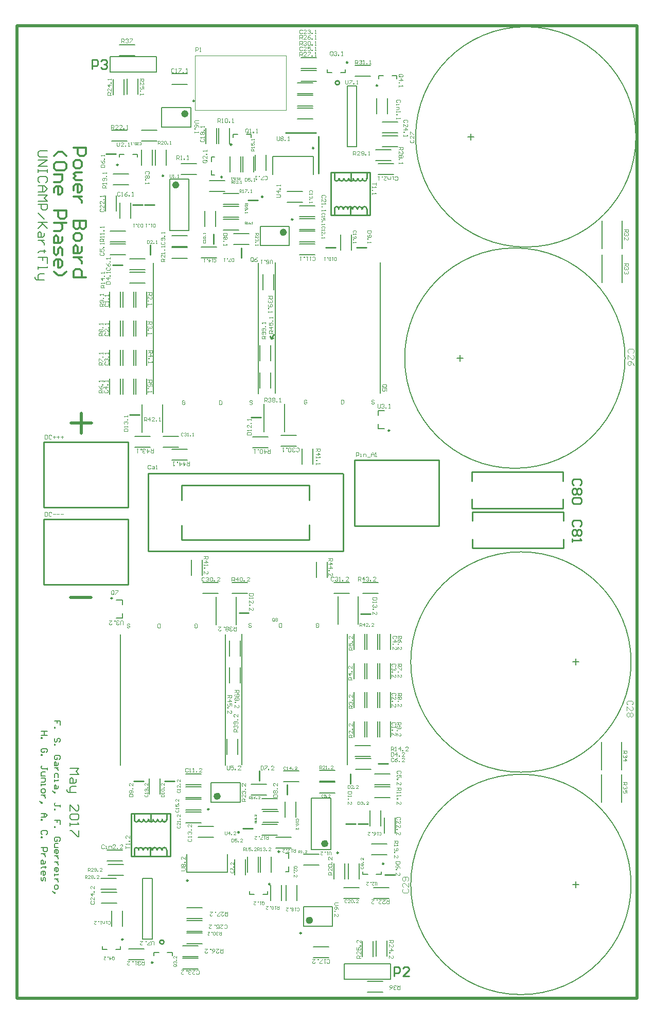
<source format=gto>
G04 Layer_Color=65535*
%FSLAX25Y25*%
%MOIN*%
G70*
G01*
G75*
%ADD32C,0.01000*%
%ADD33C,0.01969*%
%ADD38C,0.01575*%
%ADD39C,0.01181*%
%ADD54C,0.00984*%
%ADD55C,0.02362*%
%ADD56C,0.00787*%
%ADD57C,0.00800*%
%ADD58C,0.00394*%
D32*
X421450Y687520D02*
G03*
X421455Y687394I-1371J-119D01*
G01*
X304997Y130621D02*
G03*
X304992Y130747I1371J119D01*
G01*
X436345Y625393D02*
G03*
X439089Y625321I1366J-268D01*
G01*
X433572Y625278D02*
G03*
X436320Y625398I1383J-154D01*
G01*
X430428Y625321D02*
G03*
X433183Y625321I1378J-197D01*
G01*
X427666Y625278D02*
G03*
X430428Y625321I1383J-154D01*
G01*
X424517Y625278D02*
G03*
X427278Y625321I1383J-154D01*
G01*
X421373D02*
G03*
X424128Y625321I1378J-197D01*
G01*
X418217Y625278D02*
G03*
X420984Y625278I1383J-154D01*
G01*
X439094Y605680D02*
G03*
X436328Y605680I-1383J154D01*
G01*
X435939Y605636D02*
G03*
X433183Y605636I-1378J197D01*
G01*
X432795Y605680D02*
G03*
X430034Y605636I-1383J154D01*
G01*
X429646Y605680D02*
G03*
X426884Y605636I-1383J154D01*
G01*
X426884D02*
G03*
X424128Y605636I-1378J197D01*
G01*
X423740Y605680D02*
G03*
X420992Y605560I-1383J154D01*
G01*
X420967Y605565D02*
G03*
X418223Y605636I-1366J268D01*
G01*
X306662Y210214D02*
G03*
X309405Y210142I1366J-268D01*
G01*
X303888Y210099D02*
G03*
X306637Y210219I1383J-154D01*
G01*
X300744Y210142D02*
G03*
X303500Y210142I1378J-197D01*
G01*
X297983Y210099D02*
G03*
X300744Y210142I1383J-154D01*
G01*
X294833Y210099D02*
G03*
X297594Y210142I1383J-154D01*
G01*
X291689D02*
G03*
X294445Y210142I1378J-197D01*
G01*
X288534Y210099D02*
G03*
X291301Y210099I1383J-154D01*
G01*
X309411Y190501D02*
G03*
X306644Y190501I-1383J154D01*
G01*
X306256Y190457D02*
G03*
X303500Y190457I-1378J197D01*
G01*
X303112Y190501D02*
G03*
X300350Y190457I-1383J154D01*
G01*
X299962Y190501D02*
G03*
X297201Y190457I-1383J154D01*
G01*
X297201D02*
G03*
X294445Y190457I-1378J197D01*
G01*
X294057Y190501D02*
G03*
X291308Y190381I-1383J154D01*
G01*
X291283Y190386D02*
G03*
X288539Y190457I-1366J268D01*
G01*
X356368Y344125D02*
X362668D01*
X364173Y470866D02*
X370472D01*
X387471Y226409D02*
Y232708D01*
X369361Y235464D02*
Y241763D01*
X446526Y246487D02*
X452825D01*
X433534Y207511D02*
X439833D01*
X428416Y233495D02*
Y239794D01*
X425660Y207511D02*
X431959D01*
X358731Y204361D02*
X365030D01*
X450857Y174440D02*
X457156D01*
X288342Y234923D02*
X294642D01*
X308343D02*
X314642D01*
X435337Y343417D02*
X441636D01*
X270079Y641339D02*
X276378D01*
X357874Y574016D02*
Y580315D01*
X339764Y583071D02*
Y589370D01*
X274410Y569291D02*
X280709D01*
X298819Y575984D02*
Y582284D01*
X412593Y580856D02*
X418892D01*
X432593D02*
X438892D01*
X295276Y608268D02*
X301575D01*
X287402D02*
X293701D01*
X362205Y611417D02*
X368504D01*
X285598Y472362D02*
X291898D01*
X377165Y521654D02*
X378740Y524410D01*
X376741Y521896D02*
X377165Y521654D01*
X376378Y523229D02*
X376741Y521896D01*
X377165Y521654D02*
X378498Y522017D01*
X407874Y628740D02*
Y652756D01*
X386614Y655118D02*
X406299Y655118D01*
X422160Y629258D02*
X434758D01*
X415861Y601699D02*
X438302D01*
X441057D01*
Y629258D01*
X415861D02*
X422160D01*
X434758D02*
X441057D01*
X415861Y601699D02*
Y629258D01*
X415861Y629258D02*
X415861Y629258D01*
X415861D02*
Y629258D01*
X428847Y623747D02*
Y629253D01*
X418217Y625278D02*
Y628859D01*
X439089Y625321D02*
Y628865D01*
X418223Y602093D02*
Y605636D01*
X439094Y602099D02*
Y605680D01*
X428465Y601705D02*
Y607211D01*
X422553Y601699D02*
X435152D01*
X292476Y214079D02*
X305075D01*
X299164Y208568D02*
Y214074D01*
X288534Y210099D02*
Y213680D01*
X309405Y210142D02*
Y213686D01*
X288539Y186914D02*
Y190457D01*
X309411Y186920D02*
Y190501D01*
X298781Y186526D02*
Y192032D01*
X311768Y186521D02*
Y186521D01*
X311768D02*
X311768Y186521D01*
X311768Y186521D02*
Y214079D01*
X286571Y186521D02*
X292870D01*
X305469D02*
X311768D01*
X286571D02*
Y214079D01*
X289327D01*
X311768D01*
X292870Y186521D02*
X305469D01*
X485827Y400394D02*
Y442913D01*
X431102Y400394D02*
Y442913D01*
X485827D01*
X431102Y400394D02*
X485827D01*
X229921Y404724D02*
X284646D01*
X229921Y362205D02*
X284646D01*
Y404724D01*
X229921Y362205D02*
Y404724D01*
Y412205D02*
Y454724D01*
X284646Y412205D02*
Y454724D01*
X229921Y412205D02*
X284646D01*
X229921Y454724D02*
X284646D01*
X319291Y426772D02*
X401968D01*
X319291Y391339D02*
X401968D01*
X319291Y416929D02*
Y426772D01*
X401968Y416929D02*
Y426772D01*
X423779Y384055D02*
Y434055D01*
X297480Y384055D02*
Y434055D01*
X297480Y384055D02*
X423879D01*
X297480Y434355D02*
X423679Y434255D01*
X401968Y391339D02*
Y401181D01*
X319291Y391339D02*
Y400787D01*
X507402Y385906D02*
Y391811D01*
X566457Y385906D02*
Y391811D01*
X507402Y409528D02*
X566457D01*
X507402Y385906D02*
X566457D01*
X507402Y403622D02*
Y409528D01*
X566457Y403622D02*
Y409528D01*
X507087Y411652D02*
Y417558D01*
X566142Y411652D02*
Y417558D01*
X507087Y435274D02*
X566142D01*
X507087Y411652D02*
X566142D01*
X507087Y429369D02*
Y435274D01*
X566142Y429369D02*
Y435274D01*
X261024Y696457D02*
Y702455D01*
X264023D01*
X265022Y701455D01*
Y699456D01*
X264023Y698456D01*
X261024D01*
X267022Y701455D02*
X268021Y702455D01*
X270021D01*
X271020Y701455D01*
Y700455D01*
X270021Y699456D01*
X269021D01*
X270021D01*
X271020Y698456D01*
Y697456D01*
X270021Y696457D01*
X268021D01*
X267022Y697456D01*
X577282Y426789D02*
X578281Y427788D01*
Y429788D01*
X577282Y430787D01*
X573283D01*
X572284Y429788D01*
Y427788D01*
X573283Y426789D01*
X577282Y424789D02*
X578281Y423790D01*
Y421790D01*
X577282Y420791D01*
X576282D01*
X575282Y421790D01*
X574283Y420791D01*
X573283D01*
X572284Y421790D01*
Y423790D01*
X573283Y424789D01*
X574283D01*
X575282Y423790D01*
X576282Y424789D01*
X577282D01*
X575282Y423790D02*
Y421790D01*
X577282Y418791D02*
X578281Y417792D01*
Y415792D01*
X577282Y414793D01*
X573283D01*
X572284Y415792D01*
Y417792D01*
X573283Y418791D01*
X577282D01*
X577046Y400017D02*
X578045Y401017D01*
Y403016D01*
X577046Y404016D01*
X573047D01*
X572047Y403016D01*
Y401017D01*
X573047Y400017D01*
X577046Y398018D02*
X578045Y397018D01*
Y395019D01*
X577046Y394019D01*
X576046D01*
X575046Y395019D01*
X574047Y394019D01*
X573047D01*
X572047Y395019D01*
Y397018D01*
X573047Y398018D01*
X574047D01*
X575046Y397018D01*
X576046Y398018D01*
X577046D01*
X575046Y397018D02*
Y395019D01*
X572047Y392020D02*
Y390020D01*
Y391020D01*
X578045D01*
X577046Y392020D01*
D33*
X212598Y94488D02*
X614173D01*
Y724409D01*
X212598D02*
X614173D01*
X212598Y94488D02*
Y724409D01*
X247244Y353934D02*
X260363D01*
X247638Y466926D02*
X260757D01*
X254197Y473486D02*
Y460366D01*
D38*
X355956Y201962D02*
X355975Y201980D01*
X355956Y201999D01*
X355937Y201980D01*
X355956Y201962D01*
X371279Y613817D02*
X371260Y613798D01*
X371279Y613780D01*
X371297Y613798D01*
X371279Y613817D01*
D39*
X236535Y639975D02*
X239159Y642598D01*
X241783D01*
X244407Y639975D01*
Y632103D02*
Y634727D01*
X243095Y636039D01*
X237847D01*
X236535Y634727D01*
Y632103D01*
X237847Y630791D01*
X243095D01*
X244407Y632103D01*
X236535Y628167D02*
X241783D01*
Y624232D01*
X240471Y622920D01*
X236535D01*
Y616360D02*
Y618984D01*
X237847Y620296D01*
X240471D01*
X241783Y618984D01*
Y616360D01*
X240471Y615048D01*
X239159D01*
Y620296D01*
X236535Y604553D02*
X244407D01*
Y600617D01*
X243095Y599305D01*
X240471D01*
X239159Y600617D01*
Y604553D01*
X244407Y596681D02*
X236535D01*
X240471D01*
X241783Y595370D01*
Y592746D01*
X240471Y591434D01*
X236535D01*
X241783Y587498D02*
Y584874D01*
X240471Y583562D01*
X236535D01*
Y587498D01*
X237847Y588810D01*
X239159Y587498D01*
Y583562D01*
X236535Y580938D02*
Y577003D01*
X237847Y575691D01*
X239159Y577003D01*
Y579627D01*
X240471Y580938D01*
X241783Y579627D01*
Y575691D01*
X236535Y569131D02*
Y571755D01*
X237847Y573067D01*
X240471D01*
X241783Y571755D01*
Y569131D01*
X240471Y567819D01*
X239159D01*
Y573067D01*
X236535Y565196D02*
X239159Y562572D01*
X241783D01*
X244407Y565196D01*
X249213Y645276D02*
X257084D01*
Y641340D01*
X255772Y640028D01*
X253148D01*
X251836Y641340D01*
Y645276D01*
X249213Y636092D02*
Y633468D01*
X250524Y632157D01*
X253148D01*
X254460Y633468D01*
Y636092D01*
X253148Y637404D01*
X250524D01*
X249213Y636092D01*
X254460Y629533D02*
X250524D01*
X249213Y628221D01*
X250524Y626909D01*
X249213Y625597D01*
X250524Y624285D01*
X254460D01*
X249213Y617725D02*
Y620349D01*
X250524Y621661D01*
X253148D01*
X254460Y620349D01*
Y617725D01*
X253148Y616413D01*
X251836D01*
Y621661D01*
X254460Y613790D02*
X249213D01*
X251836D01*
X253148Y612478D01*
X254460Y611166D01*
Y609854D01*
X257084Y598047D02*
X249213D01*
Y594111D01*
X250524Y592799D01*
X251836D01*
X253148Y594111D01*
Y598047D01*
Y594111D01*
X254460Y592799D01*
X255772D01*
X257084Y594111D01*
Y598047D01*
X249213Y588863D02*
Y586239D01*
X250524Y584928D01*
X253148D01*
X254460Y586239D01*
Y588863D01*
X253148Y590175D01*
X250524D01*
X249213Y588863D01*
X254460Y580992D02*
Y578368D01*
X253148Y577056D01*
X249213D01*
Y580992D01*
X250524Y582304D01*
X251836Y580992D01*
Y577056D01*
X254460Y574432D02*
X249213D01*
X251836D01*
X253148Y573120D01*
X254460Y571808D01*
Y570497D01*
X257084Y561313D02*
X249213D01*
Y565249D01*
X250524Y566561D01*
X253148D01*
X254460Y565249D01*
Y561313D01*
D54*
X376546Y168338D02*
G03*
X376546Y168338I-492J0D01*
G01*
X382648Y189401D02*
G03*
X382648Y189401I-492J0D01*
G01*
X300561Y117550D02*
G03*
X300561Y117550I-492J0D01*
G01*
X281270Y132511D02*
G03*
X281270Y132511I-492J0D01*
G01*
X420739Y188613D02*
G03*
X420739Y188613I-492J0D01*
G01*
X450168Y181527D02*
G03*
X450168Y181527I-492J0D01*
G01*
X274282Y353574D02*
G03*
X274282Y353574I-492J0D01*
G01*
X336959Y216861D02*
G03*
X336959Y216861I-492J0D01*
G01*
X396732Y136516D02*
G03*
X396732Y136516I-492J0D01*
G01*
X327480Y675689D02*
G03*
X327480Y675689I-492J0D01*
G01*
X351673Y647441D02*
G03*
X351673Y647441I-492J0D01*
G01*
X391260Y598917D02*
G03*
X391260Y598917I-492J0D01*
G01*
X426870Y700591D02*
G03*
X426870Y700591I-492J0D01*
G01*
X307480Y627166D02*
G03*
X307480Y627166I-492J0D01*
G01*
X446161Y685630D02*
G03*
X446161Y685630I-492J0D01*
G01*
X453937Y462205D02*
G03*
X453937Y462205I-492J0D01*
G01*
X278051Y634252D02*
G03*
X278051Y634252I-492J0D01*
G01*
X345571Y626378D02*
G03*
X345571Y626378I-492J0D01*
G01*
X404823Y645079D02*
G03*
X404823Y645079I-492J0D01*
G01*
X323327Y170669D02*
G03*
X323327Y170669I-492J0D01*
G01*
X456693Y108661D02*
Y114565D01*
X459645D01*
X460629Y113581D01*
Y111613D01*
X459645Y110629D01*
X456693D01*
X466532Y108661D02*
X462597D01*
X466532Y112597D01*
Y113581D01*
X465548Y114565D01*
X463580D01*
X462597Y113581D01*
D55*
X413061Y194558D02*
G03*
X413061Y194558I-1181J0D01*
G01*
X343376Y225228D02*
G03*
X343376Y225228I-1181J0D01*
G01*
X403150Y144882D02*
G03*
X403150Y144882I-1181J0D01*
G01*
X322441Y667323D02*
G03*
X322441Y667323I-1181J0D01*
G01*
X386221Y590551D02*
G03*
X386221Y590551I-1181J0D01*
G01*
X316535Y621221D02*
G03*
X316535Y621221I-1181J0D01*
G01*
D56*
X610330Y168110D02*
G03*
X610330Y168110I-71354J0D01*
G01*
X613480Y652362D02*
G03*
X613480Y652362I-71354J0D01*
G01*
X606393Y509055D02*
G03*
X606393Y509055I-71354J0D01*
G01*
X610330Y312205D02*
G03*
X610330Y312205I-71354J0D01*
G01*
X358268Y245748D02*
Y330394D01*
X426378Y245748D02*
Y330394D01*
X363061Y161842D02*
X366211D01*
X363061D02*
Y163810D01*
X371723Y161842D02*
X374872D01*
Y163810D01*
X388652Y176409D02*
Y179558D01*
X386683Y176409D02*
X388652D01*
Y185070D02*
Y188220D01*
X386683D02*
X388652D01*
X309912Y124047D02*
X313061D01*
Y122078D02*
Y124047D01*
X301250D02*
X304400D01*
X301250Y122078D02*
Y124047D01*
X267786Y126015D02*
X270935D01*
X267786D02*
Y127983D01*
X276447Y126015D02*
X279597D01*
Y127983D01*
X415817Y190621D02*
Y224086D01*
X403219Y190621D02*
Y224086D01*
Y190621D02*
X415817D01*
X403219Y224086D02*
X415817D01*
X436683Y174834D02*
X439833D01*
X436683D02*
Y176409D01*
X445345Y174834D02*
X448494D01*
Y176409D01*
X280778Y340582D02*
Y343731D01*
X276841Y340582D02*
X280778D01*
Y349243D02*
Y352393D01*
X276841D02*
X280778D01*
X338258Y221290D02*
X357156D01*
X338258Y233889D02*
X357156D01*
X338258Y221290D02*
Y233889D01*
X357156Y221290D02*
Y233889D01*
X398031Y140945D02*
X416929D01*
X398031Y153543D02*
X416929D01*
X398031Y140945D02*
Y153543D01*
X416929Y140945D02*
Y153543D01*
X306299Y671260D02*
X325197D01*
X306299Y658662D02*
X325197D01*
Y671260D01*
X306299Y658662D02*
Y671260D01*
X361024Y653937D02*
X364173D01*
Y651969D02*
Y653937D01*
X352362D02*
X355512D01*
X352362Y651969D02*
Y653937D01*
X448000Y486520D02*
Y571166D01*
X379890Y486520D02*
Y571166D01*
X370079Y594488D02*
X388976D01*
X370079Y581890D02*
X388976D01*
Y594488D01*
X370079Y581890D02*
Y594488D01*
X413386Y694095D02*
X416535D01*
X413386D02*
Y696063D01*
X422047Y694095D02*
X425197D01*
Y696063D01*
X311417Y591693D02*
Y625158D01*
X324016Y591693D02*
Y625158D01*
X311417D02*
X324016D01*
X311417Y591693D02*
X324016D01*
X455512Y692126D02*
X458661D01*
Y690158D02*
Y692126D01*
X446850D02*
X450000D01*
X446850Y690158D02*
Y692126D01*
X446457Y472047D02*
Y475197D01*
X450394D01*
X446457Y463386D02*
Y466536D01*
Y463386D02*
X450394D01*
X287402Y640945D02*
X290551D01*
Y639370D02*
Y640945D01*
X278740D02*
X281890D01*
X278740Y639370D02*
Y640945D01*
X338583Y636221D02*
Y639370D01*
X340551D01*
X338583Y627559D02*
Y630709D01*
Y627559D02*
X340551D01*
X369000Y486020D02*
Y570666D01*
X300890Y486020D02*
Y570666D01*
X424528Y106811D02*
Y116811D01*
X454528D01*
Y106811D02*
Y116811D01*
X424528Y106811D02*
X454528D01*
X302953Y694213D02*
Y704213D01*
X272953Y694213D02*
X302953D01*
X272953D02*
Y704213D01*
X302953D01*
X572630Y168110D02*
X576630D01*
X574630Y166110D02*
Y170110D01*
X378150Y627953D02*
Y639764D01*
X404528Y627953D02*
Y639764D01*
X378150D02*
X404528D01*
X322638Y175984D02*
X349016D01*
X322638D02*
Y187795D01*
X349016Y175984D02*
Y187795D01*
X504472Y652362D02*
X508472D01*
X506472Y650362D02*
Y654362D01*
X497386Y509055D02*
X501386D01*
X499386Y507055D02*
Y511055D01*
X572630Y312205D02*
X576630D01*
X574630Y310205D02*
Y314205D01*
X426378Y646063D02*
X432677D01*
X426378Y685433D02*
X432677D01*
Y646063D02*
Y685433D01*
X426378Y646063D02*
Y685433D01*
X300069Y132708D02*
Y172078D01*
X293770Y132708D02*
Y172078D01*
Y132708D02*
X300069D01*
X293770Y172078D02*
X300069D01*
X279528Y245354D02*
Y330000D01*
X347638Y245354D02*
Y330000D01*
X232282Y267323D02*
X228346D01*
X230314D01*
Y264699D01*
X232282D01*
X228346D01*
Y263387D02*
X229002D01*
Y262731D01*
X228346D01*
Y263387D01*
X231626Y253548D02*
X232282Y254204D01*
Y255516D01*
X231626Y256172D01*
X229002D01*
X228346Y255516D01*
Y254204D01*
X229002Y253548D01*
X230314D01*
Y254860D01*
X228346Y252236D02*
X229002D01*
Y251580D01*
X228346D01*
Y252236D01*
X232282Y242396D02*
Y243708D01*
Y243052D01*
X229002D01*
X228346Y243708D01*
Y244364D01*
X229002Y245020D01*
X230970Y241085D02*
X229002D01*
X228346Y240429D01*
Y238461D01*
X230970D01*
X228346Y237149D02*
X230970D01*
Y235181D01*
X230314Y234525D01*
X228346D01*
Y233213D02*
Y231901D01*
Y232557D01*
X230970D01*
Y233213D01*
X228346Y229277D02*
Y227965D01*
X229002Y227309D01*
X230314D01*
X230970Y227965D01*
Y229277D01*
X230314Y229933D01*
X229002D01*
X228346Y229277D01*
X230970Y225998D02*
X228346D01*
X229658D01*
X230314Y225342D01*
X230970Y224686D01*
Y224030D01*
X227691Y221406D02*
X228346Y220750D01*
X229002D01*
Y221406D01*
X228346D01*
Y220750D01*
X227691Y221406D01*
X227034Y222062D01*
X228346Y214190D02*
X230970D01*
X232282Y212878D01*
X230970Y211566D01*
X228346D01*
X230314D01*
Y214190D01*
X228346Y210255D02*
X229002D01*
Y209599D01*
X228346D01*
Y210255D01*
X231626Y200415D02*
X232282Y201071D01*
Y202383D01*
X231626Y203039D01*
X229002D01*
X228346Y202383D01*
Y201071D01*
X229002Y200415D01*
X228346Y199103D02*
X229002D01*
Y198447D01*
X228346D01*
Y199103D01*
Y191888D02*
X232282D01*
Y189920D01*
X231626Y189264D01*
X230314D01*
X229658Y189920D01*
Y191888D01*
X230970Y187952D02*
X228346D01*
X229658D01*
X230314Y187296D01*
X230970Y186640D01*
Y185984D01*
Y183360D02*
Y182048D01*
X230314Y181393D01*
X228346D01*
Y183360D01*
X229002Y184016D01*
X229658Y183360D01*
Y181393D01*
X231626Y179425D02*
X230970D01*
Y180081D01*
Y178769D01*
Y179425D01*
X229002D01*
X228346Y178769D01*
Y174833D02*
Y176145D01*
X229002Y176801D01*
X230314D01*
X230970Y176145D01*
Y174833D01*
X230314Y174177D01*
X229658D01*
Y176801D01*
X228346Y172865D02*
Y170897D01*
X229002Y170241D01*
X229658Y170897D01*
Y172209D01*
X230314Y172865D01*
X230970Y172209D01*
Y170241D01*
X240629Y271392D02*
Y274016D01*
X238661D01*
Y272704D01*
Y274016D01*
X236693D01*
Y270080D02*
X237349D01*
Y269424D01*
X236693D01*
Y270080D01*
X239973Y260241D02*
X240629Y260897D01*
Y262209D01*
X239973Y262864D01*
X239317D01*
X238661Y262209D01*
Y260897D01*
X238005Y260241D01*
X237349D01*
X236693Y260897D01*
Y262209D01*
X237349Y262864D01*
X236693Y258929D02*
X237349D01*
Y258273D01*
X236693D01*
Y258929D01*
X239973Y249089D02*
X240629Y249745D01*
Y251057D01*
X239973Y251713D01*
X237349D01*
X236693Y251057D01*
Y249745D01*
X237349Y249089D01*
X238661D01*
Y250401D01*
X239317Y247122D02*
Y245810D01*
X238661Y245154D01*
X236693D01*
Y247122D01*
X237349Y247778D01*
X238005Y247122D01*
Y245154D01*
X239317Y243842D02*
X236693D01*
X238005D01*
X238661Y243186D01*
X239317Y242530D01*
Y241874D01*
Y237282D02*
Y239250D01*
X238661Y239906D01*
X237349D01*
X236693Y239250D01*
Y237282D01*
Y235970D02*
Y234658D01*
Y235314D01*
X239317D01*
Y235970D01*
Y232034D02*
Y230723D01*
X238661Y230067D01*
X236693D01*
Y232034D01*
X237349Y232691D01*
X238005Y232034D01*
Y230067D01*
X236037Y228099D02*
X236693Y227443D01*
X237349D01*
Y228099D01*
X236693D01*
Y227443D01*
X236037Y228099D01*
X235381Y228755D01*
X240629Y218260D02*
Y219571D01*
Y218915D01*
X237349D01*
X236693Y219571D01*
Y220227D01*
X237349Y220883D01*
X236693Y216948D02*
X237349D01*
Y216292D01*
X236693D01*
Y216948D01*
X240629Y207108D02*
Y209732D01*
X238661D01*
Y208420D01*
Y209732D01*
X236693D01*
Y205796D02*
X237349D01*
Y205140D01*
X236693D01*
Y205796D01*
X239973Y195957D02*
X240629Y196613D01*
Y197925D01*
X239973Y198581D01*
X237349D01*
X236693Y197925D01*
Y196613D01*
X237349Y195957D01*
X238661D01*
Y197269D01*
X239317Y194645D02*
X237349D01*
X236693Y193989D01*
Y192021D01*
X239317D01*
X236693Y188741D02*
Y190053D01*
X237349Y190709D01*
X238661D01*
X239317Y190053D01*
Y188741D01*
X238661Y188085D01*
X238005D01*
Y190709D01*
X239317Y186774D02*
X236693D01*
X238005D01*
X238661Y186118D01*
X239317Y185462D01*
Y184806D01*
Y182838D02*
X236693D01*
X238005D01*
X238661Y182182D01*
X239317Y181526D01*
Y180870D01*
X236693Y176934D02*
Y178246D01*
X237349Y178902D01*
X238661D01*
X239317Y178246D01*
Y176934D01*
X238661Y176278D01*
X238005D01*
Y178902D01*
X236693Y174966D02*
Y173654D01*
Y174310D01*
X239317D01*
Y174966D01*
Y171686D02*
X236693D01*
X238005D01*
X238661Y171031D01*
X239317Y170375D01*
Y169719D01*
X236693Y167095D02*
Y165783D01*
X237349Y165127D01*
X238661D01*
X239317Y165783D01*
Y167095D01*
X238661Y167751D01*
X237349D01*
X236693Y167095D01*
X236037Y163159D02*
X236693Y162503D01*
X237349D01*
Y163159D01*
X236693D01*
Y162503D01*
X236037Y163159D01*
X235381Y163815D01*
X246772Y243386D02*
X252675D01*
X250707Y241418D01*
X252675Y239450D01*
X246772D01*
X250707Y236498D02*
Y234530D01*
X249724Y233546D01*
X246772D01*
Y236498D01*
X247756Y237482D01*
X248740Y236498D01*
Y233546D01*
X250707Y231579D02*
X247756D01*
X246772Y230595D01*
Y227643D01*
X245788D01*
X244804Y228627D01*
Y229611D01*
X246772Y227643D02*
X250707D01*
X246772Y215836D02*
Y219771D01*
X250707Y215836D01*
X251691D01*
X252675Y216820D01*
Y218788D01*
X251691Y219771D01*
Y213868D02*
X252675Y212884D01*
Y210916D01*
X251691Y209932D01*
X247756D01*
X246772Y210916D01*
Y212884D01*
X247756Y213868D01*
X251691D01*
X246772Y207964D02*
Y205996D01*
Y206980D01*
X252675D01*
X251691Y207964D01*
X252675Y203045D02*
Y199109D01*
X251691D01*
X247756Y203045D01*
X246772D01*
X232045Y643307D02*
X227126D01*
X226142Y642323D01*
Y640355D01*
X227126Y639371D01*
X232045D01*
X226142Y637403D02*
X232045D01*
X226142Y633468D01*
X232045D01*
Y631500D02*
Y629532D01*
Y630516D01*
X226142D01*
Y631500D01*
Y629532D01*
X231061Y622645D02*
X232045Y623628D01*
Y625596D01*
X231061Y626580D01*
X227126D01*
X226142Y625596D01*
Y623628D01*
X227126Y622645D01*
X226142Y620677D02*
X230078D01*
X232045Y618709D01*
X230078Y616741D01*
X226142D01*
X229094D01*
Y620677D01*
X226142Y614773D02*
X232045D01*
X230078Y612805D01*
X232045Y610837D01*
X226142D01*
Y608869D02*
X232045D01*
Y605918D01*
X231061Y604934D01*
X229094D01*
X228110Y605918D01*
Y608869D01*
X226142Y602966D02*
X230078Y599030D01*
X232045Y597062D02*
X226142D01*
X228110D01*
X232045Y593126D01*
X229094Y596078D01*
X226142Y593126D01*
X230078Y590175D02*
Y588207D01*
X229094Y587223D01*
X226142D01*
Y590175D01*
X227126Y591159D01*
X228110Y590175D01*
Y587223D01*
X230078Y585255D02*
X226142D01*
X228110D01*
X229094Y584271D01*
X230078Y583287D01*
Y582303D01*
X231061Y578368D02*
X230078D01*
Y579351D01*
Y577384D01*
Y578368D01*
X227126D01*
X226142Y577384D01*
X232045Y570496D02*
Y574432D01*
X229094D01*
Y572464D01*
Y574432D01*
X226142D01*
Y568528D02*
Y566560D01*
Y567544D01*
X232045D01*
Y568528D01*
X230078Y563609D02*
X227126D01*
X226142Y562625D01*
Y559673D01*
X225158D01*
X224174Y560657D01*
Y561641D01*
X226142Y559673D02*
X230078D01*
D57*
X361887Y176106D02*
Y186106D01*
X368887Y176106D02*
Y186106D01*
X398246Y187746D02*
X408246D01*
X398246Y180746D02*
X408246D01*
X604256Y242364D02*
Y260336D01*
X591120Y242364D02*
Y260336D01*
X604650Y558112D02*
Y576084D01*
X591513Y558112D02*
Y576084D01*
X604650Y580159D02*
Y598132D01*
X591513Y580159D02*
Y598132D01*
X604256Y221498D02*
Y239470D01*
X591120Y221498D02*
Y239470D01*
X364334Y226095D02*
X374334D01*
X364334Y233095D02*
X374334D01*
X408428Y235150D02*
X418428D01*
X408428Y242150D02*
X418428D01*
X424928Y171748D02*
Y181748D01*
X417928Y171748D02*
Y181748D01*
X371814Y208379D02*
X381814D01*
X371814Y215379D02*
X381814D01*
X371027Y200111D02*
X381027D01*
X371027Y207111D02*
X381027D01*
X371027Y216647D02*
X381027D01*
X371027Y223646D02*
X381027D01*
X431643Y251196D02*
X441643D01*
X431643Y258196D02*
X441643D01*
X370228Y176160D02*
Y186160D01*
X377228Y176160D02*
Y186160D01*
X444309Y231446D02*
X454309D01*
X444309Y224446D02*
X454309D01*
X447571Y263708D02*
Y273708D01*
X454571Y263708D02*
Y273708D01*
X447571Y282541D02*
Y292541D01*
X454571Y282541D02*
Y292541D01*
X447571Y301374D02*
Y311374D01*
X454571Y301374D02*
Y311374D01*
X447571Y320207D02*
Y330207D01*
X454571Y320207D02*
Y330207D01*
X430713Y320207D02*
Y330207D01*
X437713Y320207D02*
Y330207D01*
Y301374D02*
Y311374D01*
X430713Y301374D02*
Y311374D01*
X437713Y282541D02*
Y292541D01*
X430713Y282541D02*
Y292541D01*
Y263708D02*
Y273708D01*
X437713Y263708D02*
Y273708D01*
X348464Y252484D02*
Y262484D01*
X355464Y252484D02*
Y262484D01*
X350343Y316039D02*
Y326039D01*
X357343Y316039D02*
Y326039D01*
X439142Y263708D02*
Y273708D01*
X446142Y263708D02*
Y273708D01*
X439142Y282541D02*
Y292541D01*
X446142Y282541D02*
Y292541D01*
X439142Y301374D02*
Y311374D01*
X446142Y301374D02*
Y311374D01*
X439142Y320207D02*
Y330207D01*
X446142Y320207D02*
Y330207D01*
X444255Y239788D02*
X454255D01*
X444255Y232788D02*
X454255D01*
X431710Y242557D02*
X441710D01*
X431710Y249557D02*
X441710D01*
X353619Y174531D02*
Y184531D01*
X360619Y174531D02*
Y184531D01*
X427179Y171748D02*
Y181748D01*
X434179Y171748D02*
Y181748D01*
X408428Y234276D02*
X418428D01*
X408428Y227276D02*
X418428D01*
X386296Y211539D02*
Y221539D01*
X393296Y211539D02*
Y221539D01*
X321868Y232714D02*
X331868D01*
X321868Y239714D02*
X331868D01*
X321814Y231521D02*
X331814D01*
X321814Y224520D02*
X331814D01*
X329742Y198856D02*
X339742D01*
X329742Y205856D02*
X339742D01*
X385254Y234683D02*
X395253D01*
X385254Y241683D02*
X395253D01*
X321814Y223253D02*
X331814D01*
X321814Y216253D02*
X331814D01*
X448095Y206081D02*
Y216081D01*
X441094Y206081D02*
Y216081D01*
X404491Y127584D02*
X414491D01*
X404491Y120583D02*
X414491D01*
X387014Y157572D02*
Y167572D01*
X394014Y157572D02*
Y167572D01*
X298031Y226694D02*
Y236695D01*
X305031Y226694D02*
Y236695D01*
X424176Y166166D02*
X434176D01*
X424176Y159166D02*
X434176D01*
X321814Y214985D02*
X331814D01*
X321814Y207985D02*
X331814D01*
X457543Y201357D02*
Y211357D01*
X450543Y201357D02*
Y211357D01*
X320020Y120320D02*
X330020D01*
X320020Y113320D02*
X330020D01*
X267228Y156176D02*
X277227D01*
X267228Y163176D02*
X277227D01*
X322382Y137751D02*
X332382D01*
X322382Y144751D02*
X332382D01*
X332891Y356730D02*
X342891D01*
X332891Y363730D02*
X342891D01*
X273821Y140903D02*
Y150903D01*
X280821Y140903D02*
Y150903D01*
X270717Y190250D02*
X280717D01*
X270717Y183250D02*
X280717D01*
X383921Y157656D02*
Y167656D01*
X376921Y157656D02*
Y167656D01*
X442340Y187439D02*
X452340D01*
X442340Y194439D02*
X452340D01*
X443521Y159092D02*
X453521D01*
X443521Y166092D02*
X453521D01*
X445351Y121776D02*
Y131776D01*
X452351Y121776D02*
Y131776D01*
X436296Y121382D02*
Y131382D01*
X443296Y121382D02*
Y131382D01*
X320020Y128495D02*
X330020D01*
X320020Y121495D02*
X330020D01*
X322373Y153050D02*
X332373D01*
X322373Y146050D02*
X332373D01*
X266834Y165176D02*
X276834D01*
X266834Y172176D02*
X276834D01*
X271558Y174176D02*
X281558D01*
X271558Y181176D02*
X281558D01*
X322382Y136539D02*
X332382D01*
X322382Y129539D02*
X332382D01*
X284860Y119328D02*
X294860D01*
X284860Y126328D02*
X294860D01*
X354605Y336343D02*
Y354316D01*
X341469Y336343D02*
Y354316D01*
X332671Y368255D02*
Y378255D01*
X325671Y368255D02*
Y378255D01*
X433605Y336843D02*
Y354816D01*
X420469Y336843D02*
Y354816D01*
X436387Y356742D02*
X446387D01*
X436387Y363742D02*
X446387D01*
X417887Y356742D02*
X427887D01*
X417887Y363742D02*
X427887D01*
X380135Y191769D02*
X390135D01*
X380135Y198769D02*
X390135D01*
X413380Y367074D02*
Y377074D01*
X406380Y367074D02*
Y377074D01*
X350343Y298539D02*
Y308539D01*
X357343Y298539D02*
Y308539D01*
X273713Y656687D02*
X283713D01*
X273713Y649687D02*
X283713D01*
X290939Y680066D02*
Y690066D01*
X283939Y680066D02*
Y690066D01*
X274894Y628340D02*
X284894D01*
X274894Y621340D02*
X284894D01*
X343313Y648123D02*
Y658123D01*
X350313Y648123D02*
Y658123D01*
X278885Y705125D02*
X288885D01*
X278885Y712124D02*
X288885D01*
X439461Y105506D02*
X449461D01*
X439461Y98506D02*
X449461D01*
X337099Y617010D02*
X347099D01*
X337099Y624010D02*
X347099D01*
X272979Y582991D02*
X282979D01*
X272979Y575991D02*
X282979D01*
X272926Y591332D02*
X282926D01*
X272926Y584333D02*
X282926D01*
X395421Y599526D02*
X405420D01*
X395421Y592526D02*
X405420D01*
X281093Y485572D02*
Y495572D01*
X288093Y485572D02*
Y495572D01*
X281093Y504405D02*
Y514405D01*
X288093Y504405D02*
Y514405D01*
X281093Y523238D02*
Y533238D01*
X288093Y523238D02*
Y533238D01*
X281093Y542071D02*
Y552071D01*
X288093Y542071D02*
Y552071D01*
X449220Y661965D02*
X459220D01*
X449220Y654965D02*
X459220D01*
X431587Y698813D02*
X441587D01*
X431587Y691813D02*
X441587D01*
X394065Y680421D02*
X404065D01*
X394065Y687421D02*
X404065D01*
X444889Y643965D02*
X454889D01*
X444889Y636965D02*
X454889D01*
X449220Y652965D02*
X459220D01*
X449220Y645965D02*
X459220D01*
X394074Y663910D02*
X404074D01*
X394074Y670910D02*
X404074D01*
X396428Y688465D02*
X406428D01*
X396428Y695465D02*
X406428D01*
X446517Y627891D02*
X456517D01*
X446517Y634891D02*
X456517D01*
X452626Y667238D02*
Y677238D01*
X445626Y667238D02*
Y677238D01*
X394065Y679209D02*
X404065D01*
X394065Y672209D02*
X404065D01*
X276691Y604422D02*
Y614422D01*
X269691Y604422D02*
Y614422D01*
X396428Y696640D02*
X406428D01*
X396428Y703640D02*
X406428D01*
X293058Y656613D02*
X303058D01*
X293058Y649613D02*
X303058D01*
X395421Y607794D02*
X405420D01*
X395421Y600794D02*
X405420D01*
X422203Y579084D02*
Y589084D01*
X429203Y579084D02*
Y589084D01*
X274884Y679673D02*
Y689673D01*
X281884Y679673D02*
Y689673D01*
X352901Y582684D02*
X362901D01*
X352901Y589684D02*
X362901D01*
X312743Y573629D02*
X322743D01*
X312743Y580628D02*
X322743D01*
X346208Y600400D02*
X356208D01*
X346208Y607400D02*
X356208D01*
X309307Y634031D02*
Y644031D01*
X302307Y634031D02*
Y644031D01*
X346208Y592132D02*
X356208D01*
X346208Y599132D02*
X356208D01*
X346208Y608668D02*
X356208D01*
X346208Y615668D02*
X356208D01*
X285591Y557583D02*
X295591D01*
X285591Y564583D02*
X295591D01*
X350400Y629619D02*
Y639619D01*
X357400Y629619D02*
Y639619D01*
X289522Y542071D02*
Y552071D01*
X296522Y542071D02*
Y552071D01*
Y523238D02*
Y533238D01*
X289522Y523238D02*
Y533238D01*
X296522Y504405D02*
Y514405D01*
X289522Y504405D02*
Y514405D01*
X272664Y542071D02*
Y552071D01*
X279664Y542071D02*
Y552071D01*
X272664Y523238D02*
Y533238D01*
X279664Y523238D02*
Y533238D01*
X272664Y504405D02*
Y514405D01*
X279664Y504405D02*
Y514405D01*
X272664Y485572D02*
Y495572D01*
X279664Y485572D02*
Y495572D01*
X318989Y635033D02*
X328989D01*
X318989Y628033D02*
X328989D01*
X289522Y485572D02*
Y495572D01*
X296522Y485572D02*
Y495572D01*
X312743Y693227D02*
X322743D01*
X312743Y686227D02*
X322743D01*
X334726Y648176D02*
Y658177D01*
X341726Y648176D02*
Y658177D01*
X395421Y591258D02*
X405420D01*
X395421Y584258D02*
X405420D01*
X395367Y576065D02*
X405367D01*
X395367Y583065D02*
X405367D01*
X286140Y599698D02*
Y609698D01*
X279140Y599698D02*
Y609698D01*
X331981Y574096D02*
X341981D01*
X331981Y581096D02*
X341981D01*
X334332Y594240D02*
Y604240D01*
X341332Y594240D02*
Y604240D01*
X312743Y588503D02*
X322743D01*
X312743Y581502D02*
X322743D01*
X293055Y634031D02*
Y644031D01*
X300055Y634031D02*
Y644031D01*
X367009Y630854D02*
Y640854D01*
X374009Y630854D02*
Y640854D01*
X285524Y566222D02*
X295524D01*
X285524Y573222D02*
X295524D01*
X387493Y616923D02*
X397493D01*
X387493Y609923D02*
X397493D01*
X383556Y459049D02*
X393556D01*
X383556Y452049D02*
X393556D01*
X307221Y458250D02*
X317221D01*
X307221Y451250D02*
X317221D01*
X372630Y461463D02*
Y479436D01*
X385766Y461463D02*
Y479436D01*
X378771Y553295D02*
Y563295D01*
X371771Y553295D02*
Y563295D01*
X397250Y440249D02*
Y450249D01*
X404250Y440249D02*
Y450249D01*
X293630Y460963D02*
Y478936D01*
X306766Y460963D02*
Y478936D01*
X288721Y458250D02*
X298721D01*
X288721Y451250D02*
X298721D01*
X312743Y442920D02*
X322743D01*
X312743Y449920D02*
X322743D01*
X376891Y489740D02*
Y499740D01*
X369891Y489740D02*
Y499740D01*
X376891Y507239D02*
Y517240D01*
X369891Y507239D02*
Y517240D01*
X365742Y629673D02*
Y639673D01*
X358742Y629673D02*
Y639673D01*
X351868Y356730D02*
X361868D01*
X351868Y363730D02*
X361868D01*
X365131Y458025D02*
X375131D01*
X365131Y451025D02*
X375131D01*
D58*
X327953Y669685D02*
X385118D01*
X327953D02*
Y705118D01*
X385039D01*
X387008Y669685D02*
Y705118D01*
X385118Y669685D02*
X387008D01*
X385039Y705118D02*
X387008D01*
X347244Y202362D02*
Y200722D01*
X347572Y200394D01*
X348228D01*
X348556Y200722D01*
Y202362D01*
X350196Y200394D02*
Y202362D01*
X349212Y201378D01*
X350524D01*
X351180Y200394D02*
Y200722D01*
X351508D01*
Y200394D01*
X351180D01*
X354132D02*
X352820D01*
X354132Y201706D01*
Y202034D01*
X353804Y202362D01*
X353148D01*
X352820Y202034D01*
X605118Y254724D02*
X607676D01*
Y253445D01*
X607250Y253019D01*
X606397D01*
X605971Y253445D01*
Y254724D01*
Y253872D02*
X605118Y253019D01*
X607250Y252166D02*
X607676Y251740D01*
Y250887D01*
X607250Y250461D01*
X606824D01*
X606397Y250887D01*
Y251313D01*
Y250887D01*
X605971Y250461D01*
X605545D01*
X605118Y250887D01*
Y251740D01*
X605545Y252166D01*
X605118Y248329D02*
X607676D01*
X606397Y249608D01*
Y247902D01*
X605905Y570472D02*
X608464D01*
Y569193D01*
X608037Y568767D01*
X607185D01*
X606758Y569193D01*
Y570472D01*
Y569620D02*
X605905Y568767D01*
X608037Y567914D02*
X608464Y567488D01*
Y566635D01*
X608037Y566209D01*
X607611D01*
X607185Y566635D01*
Y567062D01*
Y566635D01*
X606758Y566209D01*
X606332D01*
X605905Y566635D01*
Y567488D01*
X606332Y567914D01*
X608037Y565356D02*
X608464Y564930D01*
Y564077D01*
X608037Y563651D01*
X607611D01*
X607185Y564077D01*
Y564503D01*
Y564077D01*
X606758Y563651D01*
X606332D01*
X605905Y564077D01*
Y564930D01*
X606332Y565356D01*
X605905Y592520D02*
X608464D01*
Y591241D01*
X608037Y590814D01*
X607185D01*
X606758Y591241D01*
Y592520D01*
Y591667D02*
X605905Y590814D01*
X608037Y589961D02*
X608464Y589535D01*
Y588682D01*
X608037Y588256D01*
X607611D01*
X607185Y588682D01*
Y589109D01*
Y588682D01*
X606758Y588256D01*
X606332D01*
X605905Y588682D01*
Y589535D01*
X606332Y589961D01*
X605905Y585698D02*
Y587403D01*
X607611Y585698D01*
X608037D01*
X608464Y586124D01*
Y586977D01*
X608037Y587403D01*
X360630Y222047D02*
X358072D01*
Y223326D01*
X358498Y223753D01*
X359351D01*
X359777Y223326D01*
Y222047D01*
Y222900D02*
X360630Y223753D01*
Y226311D02*
Y224605D01*
X358924Y226311D01*
X358498D01*
X358072Y225885D01*
Y225032D01*
X358498Y224605D01*
Y227164D02*
X358072Y227590D01*
Y228443D01*
X358498Y228869D01*
X358924D01*
X359351Y228443D01*
Y228016D01*
Y228443D01*
X359777Y228869D01*
X360204D01*
X360630Y228443D01*
Y227590D01*
X360204Y227164D01*
X360630Y229722D02*
X360204D01*
Y230148D01*
X360630D01*
Y229722D01*
Y233559D02*
Y231854D01*
X358924Y233559D01*
X358498D01*
X358072Y233133D01*
Y232280D01*
X358498Y231854D01*
X408661Y242913D02*
Y244881D01*
X409645D01*
X409973Y244553D01*
Y243897D01*
X409645Y243569D01*
X408661D01*
X409317D02*
X409973Y242913D01*
X411941D02*
X410629D01*
X411941Y244225D01*
Y244553D01*
X411613Y244881D01*
X410957D01*
X410629Y244553D01*
X412597Y242913D02*
X413253D01*
X412925D01*
Y244881D01*
X412597Y244553D01*
X414237Y242913D02*
Y243241D01*
X414565D01*
Y242913D01*
X414237D01*
X417189D02*
X415877D01*
X417189Y244225D01*
Y244553D01*
X416861Y244881D01*
X416205D01*
X415877Y244553D01*
X416583Y174387D02*
X414024D01*
Y175666D01*
X414451Y176092D01*
X415304D01*
X415730Y175666D01*
Y174387D01*
Y175239D02*
X416583Y176092D01*
Y178650D02*
Y176945D01*
X414877Y178650D01*
X414451D01*
X414024Y178224D01*
Y177371D01*
X414451Y176945D01*
Y179503D02*
X414024Y179929D01*
Y180782D01*
X414451Y181209D01*
X416156D01*
X416583Y180782D01*
Y179929D01*
X416156Y179503D01*
X414451D01*
X416583Y182061D02*
X416156D01*
Y182488D01*
X416583D01*
Y182061D01*
Y185899D02*
Y184193D01*
X414877Y185899D01*
X414451D01*
X414024Y185472D01*
Y184620D01*
X414451Y184193D01*
X367665Y208129D02*
X366484D01*
Y208719D01*
X366681Y208916D01*
X367074D01*
X367271Y208719D01*
Y208129D01*
Y208522D02*
X367665Y208916D01*
Y209310D02*
Y209703D01*
Y209506D01*
X366484D01*
X366681Y209310D01*
Y210293D02*
X366484Y210490D01*
Y210884D01*
X366681Y211081D01*
X366877D01*
X367074Y210884D01*
X367271Y211081D01*
X367468D01*
X367665Y210884D01*
Y210490D01*
X367468Y210293D01*
X367271D01*
X367074Y210490D01*
X366877Y210293D01*
X366681D01*
X367074Y210490D02*
Y210884D01*
X367665Y211474D02*
X367468D01*
Y211671D01*
X367665D01*
Y211474D01*
Y213245D02*
Y212458D01*
X366877Y213245D01*
X366681D01*
X366484Y213048D01*
Y212655D01*
X366681Y212458D01*
X375197Y199213D02*
Y197245D01*
X374213D01*
X373885Y197573D01*
Y198229D01*
X374213Y198557D01*
X375197D01*
X374541D02*
X373885Y199213D01*
X373229D02*
X372573D01*
X372901D01*
Y197245D01*
X373229Y197573D01*
X371589Y197245D02*
X370277D01*
Y197573D01*
X371589Y198885D01*
Y199213D01*
X369621D02*
Y198885D01*
X369293D01*
Y199213D01*
X369621D01*
X366669D02*
X367981D01*
X366669Y197901D01*
Y197573D01*
X366997Y197245D01*
X367653D01*
X367981Y197573D01*
X362992Y223622D02*
Y225196D01*
X363779D01*
X364042Y224934D01*
Y224409D01*
X363779Y224147D01*
X362992D01*
X363517D02*
X364042Y223622D01*
X364566D02*
X365091D01*
X364829D01*
Y225196D01*
X364566Y224934D01*
X366928Y225196D02*
X366403Y224934D01*
X365878Y224409D01*
Y223884D01*
X366141Y223622D01*
X366666D01*
X366928Y223884D01*
Y224147D01*
X366666Y224409D01*
X365878D01*
X367453Y223622D02*
Y223884D01*
X367715D01*
Y223622D01*
X367453D01*
X369814D02*
X368764D01*
X369814Y224672D01*
Y224934D01*
X369552Y225196D01*
X369027D01*
X368764Y224934D01*
X454724Y254724D02*
Y257283D01*
X456004D01*
X456430Y256856D01*
Y256003D01*
X456004Y255577D01*
X454724D01*
X455577D02*
X456430Y254724D01*
X457283D02*
X458135D01*
X457709D01*
Y257283D01*
X457283Y256856D01*
X460694Y254724D02*
Y257283D01*
X459414Y256003D01*
X461120D01*
X461973Y254724D02*
Y255151D01*
X462399D01*
Y254724D01*
X461973D01*
X465810D02*
X464105D01*
X465810Y256430D01*
Y256856D01*
X465384Y257283D01*
X464531D01*
X464105Y256856D01*
X368347Y189921D02*
Y191889D01*
X369330D01*
X369658Y191561D01*
Y190905D01*
X369330Y190577D01*
X368347D01*
X369002D02*
X369658Y189921D01*
X370314D02*
X370970D01*
X370642D01*
Y191889D01*
X370314Y191561D01*
X371954D02*
X372282Y191889D01*
X372938D01*
X373266Y191561D01*
Y191233D01*
X372938Y190905D01*
X372610D01*
X372938D01*
X373266Y190577D01*
Y190249D01*
X372938Y189921D01*
X372282D01*
X371954Y190249D01*
X373922Y189921D02*
Y190249D01*
X374250D01*
Y189921D01*
X373922D01*
X376874D02*
X375562D01*
X376874Y191233D01*
Y191561D01*
X376546Y191889D01*
X375890D01*
X375562Y191561D01*
X458661Y230709D02*
X461220D01*
Y229430D01*
X460793Y229003D01*
X459940D01*
X459514Y229430D01*
Y230709D01*
Y229856D02*
X458661Y229003D01*
Y228150D02*
Y227298D01*
Y227724D01*
X461220D01*
X460793Y228150D01*
X458661Y226019D02*
Y225166D01*
Y225592D01*
X461220D01*
X460793Y226019D01*
X458661Y223887D02*
X459088D01*
Y223460D01*
X458661D01*
Y223887D01*
Y220049D02*
Y221755D01*
X460367Y220049D01*
X460793D01*
X461220Y220476D01*
Y221328D01*
X460793Y221755D01*
X458550Y273172D02*
X461108D01*
Y271893D01*
X460681Y271467D01*
X459829D01*
X459402Y271893D01*
Y273172D01*
Y272320D02*
X458550Y271467D01*
X458976Y270614D02*
X458550Y270188D01*
Y269335D01*
X458976Y268909D01*
X460681D01*
X461108Y269335D01*
Y270188D01*
X460681Y270614D01*
X460255D01*
X459829Y270188D01*
Y268909D01*
X458550Y268056D02*
X458976D01*
Y267630D01*
X458550D01*
Y268056D01*
Y264219D02*
Y265924D01*
X460255Y264219D01*
X460681D01*
X461108Y264645D01*
Y265498D01*
X460681Y265924D01*
X459050Y292172D02*
X461608D01*
Y290893D01*
X461181Y290467D01*
X460329D01*
X459902Y290893D01*
Y292172D01*
Y291320D02*
X459050Y290467D01*
X461181Y289614D02*
X461608Y289188D01*
Y288335D01*
X461181Y287909D01*
X460755D01*
X460329Y288335D01*
X459902Y287909D01*
X459476D01*
X459050Y288335D01*
Y289188D01*
X459476Y289614D01*
X459902D01*
X460329Y289188D01*
X460755Y289614D01*
X461181D01*
X460329Y289188D02*
Y288335D01*
X459050Y287056D02*
X459476D01*
Y286630D01*
X459050D01*
Y287056D01*
Y283219D02*
Y284924D01*
X460755Y283219D01*
X461181D01*
X461608Y283645D01*
Y284498D01*
X461181Y284924D01*
X459050Y311172D02*
X461608D01*
Y309893D01*
X461181Y309467D01*
X460329D01*
X459902Y309893D01*
Y311172D01*
Y310320D02*
X459050Y309467D01*
X461608Y308614D02*
Y306909D01*
X461181D01*
X459476Y308614D01*
X459050D01*
Y306056D02*
X459476D01*
Y305630D01*
X459050D01*
Y306056D01*
Y302219D02*
Y303924D01*
X460755Y302219D01*
X461181D01*
X461608Y302645D01*
Y303498D01*
X461181Y303924D01*
X459124Y329165D02*
X461683D01*
Y327885D01*
X461256Y327459D01*
X460403D01*
X459977Y327885D01*
Y329165D01*
Y328312D02*
X459124Y327459D01*
X461683Y324901D02*
X461256Y325754D01*
X460403Y326606D01*
X459551D01*
X459124Y326180D01*
Y325327D01*
X459551Y324901D01*
X459977D01*
X460403Y325327D01*
Y326606D01*
X459124Y324048D02*
X459551D01*
Y323622D01*
X459124D01*
Y324048D01*
Y320211D02*
Y321916D01*
X460830Y320211D01*
X461256D01*
X461683Y320637D01*
Y321490D01*
X461256Y321916D01*
X429990Y320044D02*
X427432D01*
Y321323D01*
X427859Y321750D01*
X428711D01*
X429138Y321323D01*
Y320044D01*
Y320897D02*
X429990Y321750D01*
X427432Y324308D02*
Y322602D01*
X428711D01*
X428285Y323455D01*
Y323881D01*
X428711Y324308D01*
X429564D01*
X429990Y323881D01*
Y323029D01*
X429564Y322602D01*
X429990Y325161D02*
X429564D01*
Y325587D01*
X429990D01*
Y325161D01*
Y328998D02*
Y327292D01*
X428285Y328998D01*
X427859D01*
X427432Y328572D01*
Y327719D01*
X427859Y327292D01*
X429597Y300753D02*
X427039D01*
Y302032D01*
X427465Y302458D01*
X428318D01*
X428744Y302032D01*
Y300753D01*
Y301606D02*
X429597Y302458D01*
Y304590D02*
X427039D01*
X428318Y303311D01*
Y305016D01*
X429597Y305869D02*
X429170D01*
Y306296D01*
X429597D01*
Y305869D01*
Y309707D02*
Y308001D01*
X427891Y309707D01*
X427465D01*
X427039Y309280D01*
Y308427D01*
X427465Y308001D01*
X429990Y282249D02*
X427432D01*
Y283528D01*
X427859Y283954D01*
X428711D01*
X429138Y283528D01*
Y282249D01*
Y283102D02*
X429990Y283954D01*
X427859Y284807D02*
X427432Y285233D01*
Y286086D01*
X427859Y286512D01*
X428285D01*
X428711Y286086D01*
Y285660D01*
Y286086D01*
X429138Y286512D01*
X429564D01*
X429990Y286086D01*
Y285233D01*
X429564Y284807D01*
X429990Y287365D02*
X429564D01*
Y287792D01*
X429990D01*
Y287365D01*
Y291203D02*
Y289497D01*
X428285Y291203D01*
X427859D01*
X427432Y290776D01*
Y289924D01*
X427859Y289497D01*
X429990Y263351D02*
X427432D01*
Y264630D01*
X427859Y265057D01*
X428711D01*
X429138Y264630D01*
Y263351D01*
Y264204D02*
X429990Y265057D01*
Y267615D02*
Y265909D01*
X428285Y267615D01*
X427859D01*
X427432Y267189D01*
Y266336D01*
X427859Y265909D01*
X429990Y268468D02*
X429564D01*
Y268894D01*
X429990D01*
Y268468D01*
Y272305D02*
Y270600D01*
X428285Y272305D01*
X427859D01*
X427432Y271879D01*
Y271026D01*
X427859Y270600D01*
X394882Y188583D02*
Y190157D01*
X395669D01*
X395931Y189895D01*
Y189370D01*
X395669Y189107D01*
X394882D01*
X395407D02*
X395931Y188583D01*
X396456D02*
X396981D01*
X396719D01*
Y190157D01*
X396456Y189895D01*
X397768Y188583D02*
Y188845D01*
X398030D01*
Y188583D01*
X397768D01*
X400130D02*
X399080D01*
X400130Y189632D01*
Y189895D01*
X399867Y190157D01*
X399342D01*
X399080Y189895D01*
X378613Y224768D02*
X381172D01*
Y226048D01*
X380745Y226474D01*
X379040D01*
X378613Y226048D01*
Y224768D01*
X379040Y227327D02*
X378613Y227753D01*
Y228606D01*
X379040Y229032D01*
X379466D01*
X379892Y228606D01*
X380319Y229032D01*
X380745D01*
X381172Y228606D01*
Y227753D01*
X380745Y227327D01*
X380319D01*
X379892Y227753D01*
X379466Y227327D01*
X379040D01*
X379892Y227753D02*
Y228606D01*
X381172Y229885D02*
X380745D01*
Y230311D01*
X381172D01*
Y229885D01*
Y233722D02*
Y232017D01*
X379466Y233722D01*
X379040D01*
X378613Y233296D01*
Y232443D01*
X379040Y232017D01*
X370472Y244881D02*
Y242520D01*
X371653D01*
X372047Y242913D01*
Y244488D01*
X371653Y244881D01*
X370472D01*
X372834D02*
X374408D01*
Y244488D01*
X372834Y242913D01*
Y242520D01*
X375195D02*
Y242913D01*
X375589D01*
Y242520D01*
X375195D01*
X378737D02*
X377163D01*
X378737Y244094D01*
Y244488D01*
X378344Y244881D01*
X377557D01*
X377163Y244488D01*
X454724Y253739D02*
Y251181D01*
X456004D01*
X456430Y251607D01*
Y253313D01*
X456004Y253739D01*
X454724D01*
X458562Y251181D02*
Y253739D01*
X457283Y252460D01*
X458988D01*
X459841Y251181D02*
Y251607D01*
X460267D01*
Y251181D01*
X459841D01*
X463678D02*
X461973D01*
X463678Y252887D01*
Y253313D01*
X463252Y253739D01*
X462399D01*
X461973Y253313D01*
X433282Y221857D02*
Y219889D01*
X434266D01*
X434594Y220217D01*
Y221529D01*
X434266Y221857D01*
X433282D01*
X435250Y221529D02*
X435578Y221857D01*
X436234D01*
X436562Y221529D01*
Y221201D01*
X436234Y220873D01*
X435906D01*
X436234D01*
X436562Y220545D01*
Y220217D01*
X436234Y219889D01*
X435578D01*
X435250Y220217D01*
X437218Y219889D02*
Y220217D01*
X437546D01*
Y219889D01*
X437218D01*
X440169D02*
X438858D01*
X440169Y221201D01*
Y221529D01*
X439841Y221857D01*
X439185D01*
X438858Y221529D01*
X426749Y232432D02*
Y230464D01*
X427733D01*
X428061Y230792D01*
Y232103D01*
X427733Y232432D01*
X426749D01*
X430029Y230464D02*
X428717D01*
X430029Y231775D01*
Y232103D01*
X429701Y232432D01*
X429045D01*
X428717Y232103D01*
X430685Y230464D02*
Y230792D01*
X431013D01*
Y230464D01*
X430685D01*
X433637D02*
X432325D01*
X433637Y231775D01*
Y232103D01*
X433309Y232432D01*
X432653D01*
X432325Y232103D01*
X429307Y228398D02*
X426749D01*
Y227119D01*
X427175Y226693D01*
X428881D01*
X429307Y227119D01*
Y228398D01*
X426749Y225840D02*
Y224987D01*
Y225413D01*
X429307D01*
X428881Y225840D01*
X426749Y223708D02*
X427175D01*
Y223282D01*
X426749D01*
Y223708D01*
Y219871D02*
Y221576D01*
X428454Y219871D01*
X428881D01*
X429307Y220297D01*
Y221150D01*
X428881Y221576D01*
X355512Y266929D02*
X352954D01*
Y268208D01*
X353380Y268635D01*
X354233D01*
X354659Y268208D01*
Y266929D01*
Y267782D02*
X355512Y268635D01*
X353380Y269487D02*
X352954Y269914D01*
Y270766D01*
X353380Y271193D01*
X353806D01*
X354233Y270766D01*
Y270340D01*
Y270766D01*
X354659Y271193D01*
X355085D01*
X355512Y270766D01*
Y269914D01*
X355085Y269487D01*
Y272046D02*
X355512Y272472D01*
Y273325D01*
X355085Y273751D01*
X353380D01*
X352954Y273325D01*
Y272472D01*
X353380Y272046D01*
X353806D01*
X354233Y272472D01*
Y273751D01*
X355512Y274604D02*
X355085D01*
Y275030D01*
X355512D01*
Y274604D01*
Y278441D02*
Y276736D01*
X353806Y278441D01*
X353380D01*
X352954Y278015D01*
Y277162D01*
X353380Y276736D01*
X348888Y290582D02*
X351446D01*
Y289303D01*
X351020Y288876D01*
X350167D01*
X349741Y289303D01*
Y290582D01*
Y289729D02*
X348888Y288876D01*
Y286744D02*
X351446D01*
X350167Y288024D01*
Y286318D01*
X351446Y283760D02*
Y285465D01*
X350167D01*
X350594Y284613D01*
Y284186D01*
X350167Y283760D01*
X349314D01*
X348888Y284186D01*
Y285039D01*
X349314Y285465D01*
X348888Y282907D02*
X349314D01*
Y282481D01*
X348888D01*
Y282907D01*
Y279070D02*
Y280775D01*
X350594Y279070D01*
X351020D01*
X351446Y279496D01*
Y280349D01*
X351020Y280775D01*
X457469Y271467D02*
X457895Y271893D01*
Y272746D01*
X457469Y273172D01*
X455763D01*
X455337Y272746D01*
Y271893D01*
X455763Y271467D01*
X455337Y270614D02*
Y269761D01*
Y270188D01*
X457895D01*
X457469Y270614D01*
X455337Y268482D02*
X455763D01*
Y268056D01*
X455337D01*
Y268482D01*
Y264645D02*
Y266351D01*
X457043Y264645D01*
X457469D01*
X457895Y265071D01*
Y265924D01*
X457469Y266351D01*
X457469Y290449D02*
X457895Y290875D01*
Y291728D01*
X457469Y292154D01*
X455763D01*
X455337Y291728D01*
Y290875D01*
X455763Y290449D01*
X455337Y287890D02*
Y289596D01*
X457043Y287890D01*
X457469D01*
X457895Y288317D01*
Y289170D01*
X457469Y289596D01*
X455337Y287038D02*
X455763D01*
Y286611D01*
X455337D01*
Y287038D01*
Y283200D02*
Y284906D01*
X457043Y283200D01*
X457469D01*
X457895Y283627D01*
Y284479D01*
X457469Y284906D01*
Y309467D02*
X457895Y309893D01*
Y310746D01*
X457469Y311172D01*
X455763D01*
X455337Y310746D01*
Y309893D01*
X455763Y309467D01*
X457469Y308614D02*
X457895Y308188D01*
Y307335D01*
X457469Y306909D01*
X457043D01*
X456616Y307335D01*
Y307762D01*
Y307335D01*
X456190Y306909D01*
X455763D01*
X455337Y307335D01*
Y308188D01*
X455763Y308614D01*
X455337Y306056D02*
X455763D01*
Y305630D01*
X455337D01*
Y306056D01*
Y302219D02*
Y303924D01*
X457043Y302219D01*
X457469D01*
X457895Y302645D01*
Y303498D01*
X457469Y303924D01*
X457969Y327467D02*
X458395Y327893D01*
Y328746D01*
X457969Y329172D01*
X456263D01*
X455837Y328746D01*
Y327893D01*
X456263Y327467D01*
X455837Y325335D02*
X458395D01*
X457116Y326614D01*
Y324909D01*
X455837Y324056D02*
X456263D01*
Y323630D01*
X455837D01*
Y324056D01*
Y320219D02*
Y321924D01*
X457543Y320219D01*
X457969D01*
X458395Y320645D01*
Y321498D01*
X457969Y321924D01*
X460793Y240027D02*
X461220Y240453D01*
Y241306D01*
X460793Y241732D01*
X459088D01*
X458661Y241306D01*
Y240453D01*
X459088Y240027D01*
X461220Y237469D02*
Y239174D01*
X459940D01*
X460367Y238321D01*
Y237895D01*
X459940Y237469D01*
X459088D01*
X458661Y237895D01*
Y238748D01*
X459088Y239174D01*
X458661Y236616D02*
X459088D01*
Y236189D01*
X458661D01*
Y236616D01*
Y232779D02*
Y234484D01*
X460367Y232779D01*
X460793D01*
X461220Y233205D01*
Y234058D01*
X460793Y234484D01*
X456430Y249770D02*
X456004Y250196D01*
X455151D01*
X454724Y249770D01*
Y248064D01*
X455151Y247638D01*
X456004D01*
X456430Y248064D01*
X458988Y250196D02*
X458135Y249770D01*
X457283Y248917D01*
Y248064D01*
X457709Y247638D01*
X458562D01*
X458988Y248064D01*
Y248491D01*
X458562Y248917D01*
X457283D01*
X459841Y247638D02*
Y248064D01*
X460267D01*
Y247638D01*
X459841D01*
X463678D02*
X461973D01*
X463678Y249343D01*
Y249770D01*
X463252Y250196D01*
X462399D01*
X461973Y249770D01*
X351320Y176902D02*
X350992Y176575D01*
Y175918D01*
X351320Y175591D01*
X352632D01*
X352960Y175918D01*
Y176575D01*
X352632Y176902D01*
X350992Y177558D02*
Y178870D01*
X351320D01*
X352632Y177558D01*
X352960D01*
Y179526D02*
X352632D01*
Y179854D01*
X352960D01*
Y179526D01*
Y182478D02*
Y181166D01*
X351648Y182478D01*
X351320D01*
X350992Y182150D01*
Y181494D01*
X351320Y181166D01*
X435368Y179658D02*
X435040Y179330D01*
Y178674D01*
X435368Y178347D01*
X436680D01*
X437008Y178674D01*
Y179330D01*
X436680Y179658D01*
X435368Y180314D02*
X435040Y180642D01*
Y181298D01*
X435368Y181626D01*
X435696D01*
X436024Y181298D01*
X436352Y181626D01*
X436680D01*
X437008Y181298D01*
Y180642D01*
X436680Y180314D01*
X436352D01*
X436024Y180642D01*
X435696Y180314D01*
X435368D01*
X436024Y180642D02*
Y181298D01*
X437008Y182282D02*
X436680D01*
Y182610D01*
X437008D01*
Y182282D01*
Y185234D02*
Y183922D01*
X435696Y185234D01*
X435368D01*
X435040Y184906D01*
Y184250D01*
X435368Y183922D01*
X410892Y226115D02*
X410630Y226377D01*
X410105D01*
X409842Y226115D01*
Y225065D01*
X410105Y224803D01*
X410630D01*
X410892Y225065D01*
X411417D02*
X411679Y224803D01*
X412204D01*
X412466Y225065D01*
Y226115D01*
X412204Y226377D01*
X411679D01*
X411417Y226115D01*
Y225853D01*
X411679Y225590D01*
X412466D01*
X412991Y224803D02*
Y225065D01*
X413253D01*
Y224803D01*
X412991D01*
X415352D02*
X414303D01*
X415352Y225853D01*
Y226115D01*
X415090Y226377D01*
X414565D01*
X414303Y226115D01*
X394619Y209580D02*
X394881Y209843D01*
Y210367D01*
X394619Y210630D01*
X393569D01*
X393307Y210367D01*
Y209843D01*
X393569Y209580D01*
X393307Y209056D02*
Y208531D01*
Y208793D01*
X394881D01*
X394619Y209056D01*
Y207744D02*
X394881Y207481D01*
Y206957D01*
X394619Y206694D01*
X393569D01*
X393307Y206957D01*
Y207481D01*
X393569Y207744D01*
X394619D01*
X393307Y206169D02*
X393569D01*
Y205907D01*
X393307D01*
Y206169D01*
Y203808D02*
Y204857D01*
X394357Y203808D01*
X394619D01*
X394881Y204070D01*
Y204595D01*
X394619Y204857D01*
X323359Y243077D02*
X322933Y243503D01*
X322080D01*
X321654Y243077D01*
Y241371D01*
X322080Y240945D01*
X322933D01*
X323359Y241371D01*
X324212Y240945D02*
X325064D01*
X324638D01*
Y243503D01*
X324212Y243077D01*
X326344Y240945D02*
X327196D01*
X326770D01*
Y243503D01*
X326344Y243077D01*
X328475Y240945D02*
Y241371D01*
X328902D01*
Y240945D01*
X328475D01*
X332313D02*
X330607D01*
X332313Y242650D01*
Y243077D01*
X331887Y243503D01*
X331034D01*
X330607Y243077D01*
X316470Y228871D02*
X316142Y228543D01*
Y227887D01*
X316470Y227559D01*
X317782D01*
X318110Y227887D01*
Y228543D01*
X317782Y228871D01*
X318110Y229527D02*
Y230183D01*
Y229855D01*
X316142D01*
X316470Y229527D01*
X318110Y232479D02*
Y231167D01*
X316798Y232479D01*
X316470D01*
X316142Y232151D01*
Y231495D01*
X316470Y231167D01*
X318110Y233135D02*
X317782D01*
Y233463D01*
X318110D01*
Y233135D01*
Y236087D02*
Y234775D01*
X316798Y236087D01*
X316470D01*
X316142Y235758D01*
Y235103D01*
X316470Y234775D01*
X323528Y197734D02*
X323102Y197308D01*
Y196455D01*
X323528Y196028D01*
X325233D01*
X325660Y196455D01*
Y197308D01*
X325233Y197734D01*
X325660Y198587D02*
Y199439D01*
Y199013D01*
X323102D01*
X323528Y198587D01*
Y200718D02*
X323102Y201145D01*
Y201998D01*
X323528Y202424D01*
X323954D01*
X324381Y201998D01*
Y201571D01*
Y201998D01*
X324807Y202424D01*
X325233D01*
X325660Y201998D01*
Y201145D01*
X325233Y200718D01*
X325660Y203277D02*
X325233D01*
Y203703D01*
X325660D01*
Y203277D01*
Y207114D02*
Y205409D01*
X323954Y207114D01*
X323528D01*
X323102Y206688D01*
Y205835D01*
X323528Y205409D01*
X386552Y244190D02*
X386224Y244518D01*
X385568D01*
X385240Y244190D01*
Y242878D01*
X385568Y242550D01*
X386224D01*
X386552Y242878D01*
X387208Y242550D02*
X387864D01*
X387536D01*
Y244518D01*
X387208Y244190D01*
X389832Y242550D02*
Y244518D01*
X388848Y243534D01*
X390160D01*
X390816Y242550D02*
Y242878D01*
X391144D01*
Y242550D01*
X390816D01*
X393767D02*
X392456D01*
X393767Y243862D01*
Y244190D01*
X393440Y244518D01*
X392784D01*
X392456Y244190D01*
X315683Y216272D02*
X315355Y215945D01*
Y215289D01*
X315683Y214961D01*
X316995D01*
X317323Y215289D01*
Y215945D01*
X316995Y216272D01*
X317323Y216929D02*
Y217584D01*
Y217256D01*
X315355D01*
X315683Y216929D01*
X315355Y219880D02*
Y218568D01*
X316339D01*
X316011Y219224D01*
Y219552D01*
X316339Y219880D01*
X316995D01*
X317323Y219552D01*
Y218896D01*
X316995Y218568D01*
X317323Y220536D02*
X316995D01*
Y220864D01*
X317323D01*
Y220536D01*
Y223488D02*
Y222176D01*
X316011Y223488D01*
X315683D01*
X315355Y223160D01*
Y222504D01*
X315683Y222176D01*
X447033Y200292D02*
X447361Y199964D01*
X448017D01*
X448345Y200292D01*
Y201604D01*
X448017Y201932D01*
X447361D01*
X447033Y201604D01*
X446377Y201932D02*
X445721D01*
X446049D01*
Y199964D01*
X446377Y200292D01*
X443425Y199964D02*
X444081Y200292D01*
X444737Y200948D01*
Y201604D01*
X444409Y201932D01*
X443753D01*
X443425Y201604D01*
Y201275D01*
X443753Y200948D01*
X444737D01*
X442769Y201932D02*
Y201604D01*
X442441D01*
Y201932D01*
X442769D01*
X439817D02*
X441129D01*
X439817Y200620D01*
Y200292D01*
X440145Y199964D01*
X440801D01*
X441129Y200292D01*
X413255Y117553D02*
X413682Y117127D01*
X414534D01*
X414961Y117553D01*
Y119259D01*
X414534Y119685D01*
X413682D01*
X413255Y119259D01*
X412402Y119685D02*
X411550D01*
X411976D01*
Y117127D01*
X412402Y117553D01*
X410271Y117127D02*
X408565D01*
Y117553D01*
X410271Y119259D01*
Y119685D01*
X407712D02*
Y119259D01*
X407286D01*
Y119685D01*
X407712D01*
X403875D02*
X405581D01*
X403875Y117980D01*
Y117553D01*
X404301Y117127D01*
X405154D01*
X405581Y117553D01*
X393964Y151510D02*
X394292Y151182D01*
X394948D01*
X395276Y151510D01*
Y152822D01*
X394948Y153150D01*
X394292D01*
X393964Y152822D01*
X393308Y153150D02*
X392652D01*
X392980D01*
Y151182D01*
X393308Y151510D01*
X391668D02*
X391340Y151182D01*
X390684D01*
X390356Y151510D01*
Y151838D01*
X390684Y152166D01*
X390356Y152494D01*
Y152822D01*
X390684Y153150D01*
X391340D01*
X391668Y152822D01*
Y152494D01*
X391340Y152166D01*
X391668Y151838D01*
Y151510D01*
X391340Y152166D02*
X390684D01*
X389700Y153150D02*
Y152822D01*
X389372D01*
Y153150D01*
X389700D01*
X386748D02*
X388060D01*
X386748Y151838D01*
Y151510D01*
X387076Y151182D01*
X387732D01*
X388060Y151510D01*
X295406Y226468D02*
X295078Y226140D01*
Y225484D01*
X295406Y225156D01*
X296718D01*
X297046Y225484D01*
Y226140D01*
X296718Y226468D01*
X297046Y227124D02*
Y227780D01*
Y227452D01*
X295078D01*
X295406Y227124D01*
X296718Y228764D02*
X297046Y229092D01*
Y229748D01*
X296718Y230076D01*
X295406D01*
X295078Y229748D01*
Y229092D01*
X295406Y228764D01*
X295734D01*
X296062Y229092D01*
Y230076D01*
X297046Y230732D02*
X296718D01*
Y231060D01*
X297046D01*
Y230732D01*
Y233683D02*
Y232371D01*
X295734Y233683D01*
X295406D01*
X295078Y233355D01*
Y232699D01*
X295406Y232371D01*
X426115Y157939D02*
X425787Y158267D01*
X425131D01*
X424803Y157939D01*
Y156627D01*
X425131Y156299D01*
X425787D01*
X426115Y156627D01*
X428083Y156299D02*
X426771D01*
X428083Y157611D01*
Y157939D01*
X427755Y158267D01*
X427099D01*
X426771Y157939D01*
X428739D02*
X429067Y158267D01*
X429723D01*
X430051Y157939D01*
Y156627D01*
X429723Y156299D01*
X429067D01*
X428739Y156627D01*
Y157939D01*
X430707Y156299D02*
Y156627D01*
X431035D01*
Y156299D01*
X430707D01*
X433659D02*
X432347D01*
X433659Y157611D01*
Y157939D01*
X433331Y158267D01*
X432675D01*
X432347Y157939D01*
X316470Y206036D02*
X316142Y205708D01*
Y205052D01*
X316470Y204724D01*
X317782D01*
X318110Y205052D01*
Y205708D01*
X317782Y206036D01*
X318110Y208004D02*
Y206692D01*
X316798Y208004D01*
X316470D01*
X316142Y207676D01*
Y207020D01*
X316470Y206692D01*
X318110Y208660D02*
Y209316D01*
Y208988D01*
X316142D01*
X316470Y208660D01*
X318110Y210300D02*
X317782D01*
Y210628D01*
X318110D01*
Y210300D01*
Y213252D02*
Y211940D01*
X316798Y213252D01*
X316470D01*
X316142Y212924D01*
Y212268D01*
X316470Y211940D01*
X460469Y210136D02*
X460895Y210563D01*
Y211415D01*
X460469Y211842D01*
X458763D01*
X458337Y211415D01*
Y210563D01*
X458763Y210136D01*
X458337Y207578D02*
Y209283D01*
X460042Y207578D01*
X460469D01*
X460895Y208004D01*
Y208857D01*
X460469Y209283D01*
X458337Y205020D02*
Y206725D01*
X460042Y205020D01*
X460469D01*
X460895Y205446D01*
Y206299D01*
X460469Y206725D01*
X458337Y204167D02*
X458763D01*
Y203741D01*
X458337D01*
Y204167D01*
Y200330D02*
Y202035D01*
X460042Y200330D01*
X460469D01*
X460895Y200756D01*
Y201609D01*
X460469Y202035D01*
X328679Y110497D02*
X329105Y110071D01*
X329958D01*
X330384Y110497D01*
Y112203D01*
X329958Y112629D01*
X329105D01*
X328679Y112203D01*
X326120Y112629D02*
X327826D01*
X326120Y110924D01*
Y110497D01*
X326547Y110071D01*
X327400D01*
X327826Y110497D01*
X325268D02*
X324841Y110071D01*
X323989D01*
X323562Y110497D01*
Y110924D01*
X323989Y111350D01*
X324415D01*
X323989D01*
X323562Y111776D01*
Y112203D01*
X323989Y112629D01*
X324841D01*
X325268Y112203D01*
X322709Y112629D02*
Y112203D01*
X322283D01*
Y112629D01*
X322709D01*
X318872D02*
X320578D01*
X318872Y110924D01*
Y110497D01*
X319299Y110071D01*
X320151D01*
X320578Y110497D01*
X260467Y157217D02*
X260040Y156791D01*
Y155938D01*
X260467Y155512D01*
X262172D01*
X262598Y155938D01*
Y156791D01*
X262172Y157217D01*
X262598Y159775D02*
Y158070D01*
X260893Y159775D01*
X260467D01*
X260040Y159349D01*
Y158496D01*
X260467Y158070D01*
X262598Y161907D02*
X260040D01*
X261319Y160628D01*
Y162334D01*
X262598Y163187D02*
X262172D01*
Y163613D01*
X262598D01*
Y163187D01*
Y167024D02*
Y165318D01*
X260893Y167024D01*
X260467D01*
X260040Y166597D01*
Y165745D01*
X260467Y165318D01*
X346789Y140025D02*
X347215Y139599D01*
X348068D01*
X348495Y140025D01*
Y141730D01*
X348068Y142157D01*
X347215D01*
X346789Y141730D01*
X344231Y142157D02*
X345936D01*
X344231Y140451D01*
Y140025D01*
X344657Y139599D01*
X345510D01*
X345936Y140025D01*
X341672Y139599D02*
X343378D01*
Y140878D01*
X342525Y140451D01*
X342099D01*
X341672Y140878D01*
Y141730D01*
X342099Y142157D01*
X342952D01*
X343378Y141730D01*
X340820Y142157D02*
Y141730D01*
X340393D01*
Y142157D01*
X340820D01*
X336982D02*
X338688D01*
X336982Y140451D01*
Y140025D01*
X337409Y139599D01*
X338262D01*
X338688Y140025D01*
X333989Y366699D02*
X333563Y367125D01*
X332710D01*
X332283Y366699D01*
Y364993D01*
X332710Y364567D01*
X333563D01*
X333989Y364993D01*
X334842Y366699D02*
X335268Y367125D01*
X336121D01*
X336547Y366699D01*
Y366272D01*
X336121Y365846D01*
X335694D01*
X336121D01*
X336547Y365420D01*
Y364993D01*
X336121Y364567D01*
X335268D01*
X334842Y364993D01*
X337400Y366699D02*
X337826Y367125D01*
X338679D01*
X339105Y366699D01*
Y364993D01*
X338679Y364567D01*
X337826D01*
X337400Y364993D01*
Y366699D01*
X339958Y364567D02*
Y364993D01*
X340385D01*
Y364567D01*
X339958D01*
X343795D02*
X342090D01*
X343795Y366272D01*
Y366699D01*
X343369Y367125D01*
X342516D01*
X342090Y366699D01*
X271523Y142848D02*
X271851Y142520D01*
X272507D01*
X272835Y142848D01*
Y144160D01*
X272507Y144488D01*
X271851D01*
X271523Y144160D01*
X270867Y144488D02*
X270211D01*
X270539D01*
Y143176D01*
X270867D01*
X269227Y144488D02*
Y143176D01*
X268243D01*
X267915Y143504D01*
Y144488D01*
X267259D02*
X266603D01*
X266931D01*
Y142520D01*
X267259Y142848D01*
X265619Y144488D02*
Y144160D01*
X265291D01*
Y144488D01*
X265619D01*
X262667D02*
X263979D01*
X262667Y143176D01*
Y142848D01*
X262995Y142520D01*
X263651D01*
X263979Y142848D01*
X269032Y193501D02*
X268606Y193928D01*
X267753D01*
X267327Y193501D01*
Y191796D01*
X267753Y191369D01*
X268606D01*
X269032Y191796D01*
X269885Y191369D02*
X270738D01*
X270311D01*
Y193075D01*
X269885D01*
X272017Y191369D02*
Y193075D01*
X273296D01*
X273722Y192648D01*
Y191369D01*
X276281D02*
X274575D01*
X276281Y193075D01*
Y193501D01*
X275854Y193928D01*
X275001D01*
X274575Y193501D01*
X277133Y191369D02*
Y191796D01*
X277560D01*
Y191369D01*
X277133D01*
X280971D02*
X279265D01*
X280971Y193075D01*
Y193501D01*
X280544Y193928D01*
X279692D01*
X279265Y193501D01*
X351575Y197637D02*
Y195669D01*
X352559D01*
X352887Y195997D01*
Y197309D01*
X352559Y197637D01*
X351575D01*
X354855D02*
X353543D01*
Y196653D01*
X354199Y196981D01*
X354527D01*
X354855Y196653D01*
Y195997D01*
X354527Y195669D01*
X353871D01*
X353543Y195997D01*
X355510Y195669D02*
Y195997D01*
X355838D01*
Y195669D01*
X355510D01*
X358462D02*
X357150D01*
X358462Y196981D01*
Y197309D01*
X358134Y197637D01*
X357478D01*
X357150Y197309D01*
X460501Y183102D02*
X457943D01*
Y181823D01*
X458370Y181396D01*
X460075D01*
X460501Y181823D01*
Y183102D01*
Y178838D02*
X460075Y179691D01*
X459222Y180543D01*
X458370D01*
X457943Y180117D01*
Y179264D01*
X458370Y178838D01*
X458796D01*
X459222Y179264D01*
Y180543D01*
X457943Y177985D02*
X458370D01*
Y177559D01*
X457943D01*
Y177985D01*
Y174148D02*
Y175853D01*
X459649Y174148D01*
X460075D01*
X460501Y174574D01*
Y175427D01*
X460075Y175853D01*
X285117Y224880D02*
X287676D01*
Y226159D01*
X287249Y226586D01*
X285544D01*
X285117Y226159D01*
Y224880D01*
X287249Y227438D02*
X287676Y227865D01*
Y228718D01*
X287249Y229144D01*
X285544D01*
X285117Y228718D01*
Y227865D01*
X285544Y227438D01*
X285970D01*
X286396Y227865D01*
Y229144D01*
X287676Y229997D02*
X287249D01*
Y230423D01*
X287676D01*
Y229997D01*
Y233834D02*
Y232129D01*
X285970Y233834D01*
X285544D01*
X285117Y233408D01*
Y232555D01*
X285544Y232129D01*
X305865Y225038D02*
X307833D01*
Y226022D01*
X307505Y226350D01*
X306193D01*
X305865Y226022D01*
Y225038D01*
X307833Y227006D02*
Y227662D01*
Y227334D01*
X305865D01*
X306193Y227006D01*
Y228646D02*
X305865Y228974D01*
Y229629D01*
X306193Y229958D01*
X307505D01*
X307833Y229629D01*
Y228974D01*
X307505Y228646D01*
X306193D01*
X307833Y230613D02*
X307505D01*
Y230941D01*
X307833D01*
Y230613D01*
Y233565D02*
Y232253D01*
X306521Y233565D01*
X306193D01*
X305865Y233237D01*
Y232581D01*
X306193Y232253D01*
X365550Y356693D02*
X362992D01*
Y355414D01*
X363419Y354987D01*
X365124D01*
X365550Y355414D01*
Y356693D01*
X362992Y354135D02*
Y353282D01*
Y353708D01*
X365550D01*
X365124Y354135D01*
X362992Y350297D02*
Y352003D01*
X364698Y350297D01*
X365124D01*
X365550Y350724D01*
Y351576D01*
X365124Y352003D01*
X362992Y349445D02*
X363419D01*
Y349018D01*
X362992D01*
Y349445D01*
Y345607D02*
Y347313D01*
X364698Y345607D01*
X365124D01*
X365550Y346034D01*
Y346886D01*
X365124Y347313D01*
X445545Y354066D02*
X442987D01*
Y352787D01*
X443413Y352361D01*
X445118D01*
X445545Y352787D01*
Y354066D01*
X442987Y351508D02*
Y350655D01*
Y351081D01*
X445545D01*
X445118Y351508D01*
Y349376D02*
X445545Y348950D01*
Y348097D01*
X445118Y347671D01*
X444692D01*
X444266Y348097D01*
Y348523D01*
Y348097D01*
X443839Y347671D01*
X443413D01*
X442987Y348097D01*
Y348950D01*
X443413Y349376D01*
X442987Y346818D02*
X443413D01*
Y346391D01*
X442987D01*
Y346818D01*
Y342981D02*
Y344686D01*
X444692Y342981D01*
X445118D01*
X445545Y343407D01*
Y344260D01*
X445118Y344686D01*
X371129Y156759D02*
Y155447D01*
X371457Y155119D01*
X372113D01*
X372441Y155447D01*
Y156759D01*
X372113Y157087D01*
X371457D01*
X371785Y156431D02*
X371129Y157087D01*
X371457D02*
X371129Y156759D01*
X370473Y157087D02*
X369817D01*
X370145D01*
Y155119D01*
X370473Y155447D01*
X368833Y157087D02*
Y156759D01*
X368505D01*
Y157087D01*
X368833D01*
X365881D02*
X367193D01*
X365881Y155775D01*
Y155447D01*
X366209Y155119D01*
X366865D01*
X367193Y155447D01*
X392060Y178609D02*
X393372D01*
X393700Y178937D01*
Y179593D01*
X393372Y179921D01*
X392060D01*
X391732Y179593D01*
Y178937D01*
X392388Y179265D02*
X391732Y178609D01*
Y178937D02*
X392060Y178609D01*
X391732Y176641D02*
Y177953D01*
X393044Y176641D01*
X393372D01*
X393700Y176970D01*
Y177625D01*
X393372Y177953D01*
X391732Y175986D02*
X392060D01*
Y175658D01*
X391732D01*
Y175986D01*
Y173034D02*
Y174346D01*
X393044Y173034D01*
X393372D01*
X393700Y173362D01*
Y174018D01*
X393372Y174346D01*
X315420Y116272D02*
X314108D01*
X313780Y115945D01*
Y115289D01*
X314108Y114961D01*
X315420D01*
X315748Y115289D01*
Y115945D01*
X315092Y115617D02*
X315748Y116272D01*
Y115945D02*
X315420Y116272D01*
X314108Y116929D02*
X313780Y117256D01*
Y117912D01*
X314108Y118240D01*
X314436D01*
X314764Y117912D01*
Y117584D01*
Y117912D01*
X315092Y118240D01*
X315420D01*
X315748Y117912D01*
Y117256D01*
X315420Y116929D01*
X315748Y118896D02*
X315420D01*
Y119224D01*
X315748D01*
Y118896D01*
Y121848D02*
Y120536D01*
X314436Y121848D01*
X314108D01*
X313780Y121520D01*
Y120864D01*
X314108Y120536D01*
X274279Y120932D02*
Y119620D01*
X274607Y119292D01*
X275263D01*
X275590Y119620D01*
Y120932D01*
X275263Y121260D01*
X274607D01*
X274935Y120604D02*
X274279Y121260D01*
X274607D02*
X274279Y120932D01*
X272639Y121260D02*
Y119292D01*
X273623Y120276D01*
X272311D01*
X271655Y121260D02*
Y120932D01*
X271327D01*
Y121260D01*
X271655D01*
X268703D02*
X270015D01*
X268703Y119948D01*
Y119620D01*
X269031Y119292D01*
X269687D01*
X270015Y119620D01*
X382283Y153937D02*
Y151969D01*
X381299D01*
X380972Y152297D01*
Y152953D01*
X381299Y153281D01*
X382283D01*
X381627D02*
X380972Y153937D01*
X380316D02*
X379660D01*
X379988D01*
Y151969D01*
X380316Y152297D01*
X378676D02*
X378348Y151969D01*
X377692D01*
X377364Y152297D01*
Y153609D01*
X377692Y153937D01*
X378348D01*
X378676Y153609D01*
Y152297D01*
X376708Y153937D02*
Y153609D01*
X376380D01*
Y153937D01*
X376708D01*
X373756D02*
X375068D01*
X373756Y152625D01*
Y152297D01*
X374084Y151969D01*
X374740D01*
X375068Y152297D01*
X359055Y189921D02*
Y191889D01*
X360039D01*
X360367Y191561D01*
Y190905D01*
X360039Y190577D01*
X359055D01*
X359711D02*
X360367Y189921D01*
X361023D02*
X361679D01*
X361351D01*
Y191889D01*
X361023Y191561D01*
X363975Y191889D02*
X362663D01*
Y190905D01*
X363319Y191233D01*
X363647D01*
X363975Y190905D01*
Y190249D01*
X363647Y189921D01*
X362991D01*
X362663Y190249D01*
X364631Y189921D02*
Y190249D01*
X364959D01*
Y189921D01*
X364631D01*
X367583D02*
X366271D01*
X367583Y191233D01*
Y191561D01*
X367255Y191889D01*
X366599D01*
X366271Y191561D01*
X456762Y196487D02*
X459320D01*
Y195208D01*
X458894Y194782D01*
X458041D01*
X457615Y195208D01*
Y196487D01*
Y195635D02*
X456762Y194782D01*
Y193929D02*
Y193076D01*
Y193503D01*
X459320D01*
X458894Y193929D01*
X457189Y191797D02*
X456762Y191371D01*
Y190518D01*
X457189Y190092D01*
X458894D01*
X459320Y190518D01*
Y191371D01*
X458894Y191797D01*
X458468D01*
X458041Y191371D01*
Y190092D01*
X456762Y189239D02*
X457189D01*
Y188813D01*
X456762D01*
Y189239D01*
Y185402D02*
Y187107D01*
X458468Y185402D01*
X458894D01*
X459320Y185828D01*
Y186681D01*
X458894Y187107D01*
X453613Y158298D02*
Y155740D01*
X452333D01*
X451907Y156167D01*
Y157019D01*
X452333Y157446D01*
X453613D01*
X452760D02*
X451907Y158298D01*
X449349D02*
X451054D01*
X449349Y156593D01*
Y156167D01*
X449775Y155740D01*
X450628D01*
X451054Y156167D01*
X446791Y158298D02*
X448496D01*
X446791Y156593D01*
Y156167D01*
X447217Y155740D01*
X448070D01*
X448496Y156167D01*
X445938Y158298D02*
Y157872D01*
X445511D01*
Y158298D01*
X445938D01*
X442100D02*
X443806D01*
X442100Y156593D01*
Y156167D01*
X442527Y155740D01*
X443380D01*
X443806Y156167D01*
X453613Y131921D02*
X456171D01*
Y130641D01*
X455744Y130215D01*
X454892D01*
X454465Y130641D01*
Y131921D01*
Y131068D02*
X453613Y130215D01*
Y127657D02*
Y129362D01*
X455318Y127657D01*
X455744D01*
X456171Y128083D01*
Y128936D01*
X455744Y129362D01*
X453613Y125525D02*
X456171D01*
X454892Y126804D01*
Y125099D01*
X453613Y124246D02*
X454039D01*
Y123819D01*
X453613D01*
Y124246D01*
Y120408D02*
Y122114D01*
X455318Y120408D01*
X455744D01*
X456171Y120835D01*
Y121688D01*
X455744Y122114D01*
X435109Y120438D02*
X432550D01*
Y121717D01*
X432977Y122143D01*
X433829D01*
X434256Y121717D01*
Y120438D01*
Y121291D02*
X435109Y122143D01*
Y124701D02*
Y122996D01*
X433403Y124701D01*
X432977D01*
X432550Y124275D01*
Y123422D01*
X432977Y122996D01*
X432550Y127260D02*
Y125554D01*
X433829D01*
X433403Y126407D01*
Y126833D01*
X433829Y127260D01*
X434682D01*
X435109Y126833D01*
Y125981D01*
X434682Y125554D01*
X435109Y128112D02*
X434682D01*
Y128539D01*
X435109D01*
Y128112D01*
Y131950D02*
Y130244D01*
X433403Y131950D01*
X432977D01*
X432550Y131524D01*
Y130671D01*
X432977Y130244D01*
X345739Y126409D02*
Y123850D01*
X344459D01*
X344033Y124277D01*
Y125129D01*
X344459Y125556D01*
X345739D01*
X344886D02*
X344033Y126409D01*
X341475D02*
X343180D01*
X341475Y124703D01*
Y124277D01*
X341901Y123850D01*
X342754D01*
X343180Y124277D01*
X338917Y123850D02*
X339769Y124277D01*
X340622Y125129D01*
Y125982D01*
X340196Y126409D01*
X339343D01*
X338917Y125982D01*
Y125556D01*
X339343Y125129D01*
X340622D01*
X338064Y126409D02*
Y125982D01*
X337637D01*
Y126409D01*
X338064D01*
X334226D02*
X335932D01*
X334226Y124703D01*
Y124277D01*
X334653Y123850D01*
X335506D01*
X335932Y124277D01*
X348888Y150424D02*
Y147866D01*
X347609D01*
X347183Y148293D01*
Y149145D01*
X347609Y149572D01*
X348888D01*
X348035D02*
X347183Y150424D01*
X344624D02*
X346330D01*
X344624Y148719D01*
Y148293D01*
X345051Y147866D01*
X345904D01*
X346330Y148293D01*
X343772Y147866D02*
X342066D01*
Y148293D01*
X343772Y149998D01*
Y150424D01*
X341213D02*
Y149998D01*
X340787D01*
Y150424D01*
X341213D01*
X337376D02*
X339082D01*
X337376Y148719D01*
Y148293D01*
X337803Y147866D01*
X338655D01*
X339082Y148293D01*
X256693Y172047D02*
Y174015D01*
X257677D01*
X258005Y173687D01*
Y173031D01*
X257677Y172703D01*
X256693D01*
X257349D02*
X258005Y172047D01*
X259973D02*
X258661D01*
X259973Y173359D01*
Y173687D01*
X259645Y174015D01*
X258989D01*
X258661Y173687D01*
X260629D02*
X260957Y174015D01*
X261613D01*
X261941Y173687D01*
Y173359D01*
X261613Y173031D01*
X261941Y172703D01*
Y172375D01*
X261613Y172047D01*
X260957D01*
X260629Y172375D01*
Y172703D01*
X260957Y173031D01*
X260629Y173359D01*
Y173687D01*
X260957Y173031D02*
X261613D01*
X262597Y172047D02*
Y172375D01*
X262925D01*
Y172047D01*
X262597D01*
X265548D02*
X264236D01*
X265548Y173359D01*
Y173687D01*
X265220Y174015D01*
X264564D01*
X264236Y173687D01*
X258661Y176772D02*
Y178740D01*
X259645D01*
X259973Y178411D01*
Y177756D01*
X259645Y177428D01*
X258661D01*
X259317D02*
X259973Y176772D01*
X261941D02*
X260629D01*
X261941Y178084D01*
Y178411D01*
X261613Y178740D01*
X260957D01*
X260629Y178411D01*
X262597Y177100D02*
X262925Y176772D01*
X263581D01*
X263909Y177100D01*
Y178411D01*
X263581Y178740D01*
X262925D01*
X262597Y178411D01*
Y178084D01*
X262925Y177756D01*
X263909D01*
X264565Y176772D02*
Y177100D01*
X264893D01*
Y176772D01*
X264565D01*
X267517D02*
X266205D01*
X267517Y178084D01*
Y178411D01*
X267189Y178740D01*
X266533D01*
X266205Y178411D01*
X344882Y137402D02*
Y135434D01*
X343898D01*
X343570Y135762D01*
Y136418D01*
X343898Y136746D01*
X344882D01*
X344226D02*
X343570Y137402D01*
X342914Y135762D02*
X342586Y135434D01*
X341930D01*
X341602Y135762D01*
Y136090D01*
X341930Y136418D01*
X342258D01*
X341930D01*
X341602Y136746D01*
Y137074D01*
X341930Y137402D01*
X342586D01*
X342914Y137074D01*
X340946Y135762D02*
X340618Y135434D01*
X339962D01*
X339634Y135762D01*
Y137074D01*
X339962Y137402D01*
X340618D01*
X340946Y137074D01*
Y135762D01*
X338978Y137402D02*
Y137074D01*
X338650D01*
Y137402D01*
X338978D01*
X336027D02*
X337338D01*
X336027Y136090D01*
Y135762D01*
X336354Y135434D01*
X337010D01*
X337338Y135762D01*
X294951Y118535D02*
Y115976D01*
X293672D01*
X293246Y116403D01*
Y117255D01*
X293672Y117682D01*
X294951D01*
X294098D02*
X293246Y118535D01*
X292393Y116403D02*
X291967Y115976D01*
X291114D01*
X290687Y116403D01*
Y116829D01*
X291114Y117255D01*
X291540D01*
X291114D01*
X290687Y117682D01*
Y118108D01*
X291114Y118535D01*
X291967D01*
X292393Y118108D01*
X289835Y118535D02*
X288982D01*
X289408D01*
Y115976D01*
X289835Y116403D01*
X287703Y118535D02*
Y118108D01*
X287277D01*
Y118535D01*
X287703D01*
X283865D02*
X285571D01*
X283865Y116829D01*
Y116403D01*
X284292Y115976D01*
X285145D01*
X285571Y116403D01*
X354487Y335066D02*
Y332508D01*
X353207D01*
X352781Y332934D01*
Y333787D01*
X353207Y334213D01*
X354487D01*
X353634D02*
X352781Y335066D01*
X351928Y332934D02*
X351502Y332508D01*
X350649D01*
X350223Y332934D01*
Y333361D01*
X350649Y333787D01*
X351076D01*
X350649D01*
X350223Y334213D01*
Y334640D01*
X350649Y335066D01*
X351502D01*
X351928Y334640D01*
X349370Y332934D02*
X348944Y332508D01*
X348091D01*
X347665Y332934D01*
Y333361D01*
X348091Y333787D01*
X347665Y334213D01*
Y334640D01*
X348091Y335066D01*
X348944D01*
X349370Y334640D01*
Y334213D01*
X348944Y333787D01*
X349370Y333361D01*
Y332934D01*
X348944Y333787D02*
X348091D01*
X346812Y335066D02*
Y334640D01*
X346386D01*
Y335066D01*
X346812D01*
X342974D02*
X344680D01*
X342974Y333361D01*
Y332934D01*
X343401Y332508D01*
X344254D01*
X344680Y332934D01*
X333634Y380581D02*
X336192D01*
Y379302D01*
X335766Y378876D01*
X334913D01*
X334487Y379302D01*
Y380581D01*
Y379728D02*
X333634Y378876D01*
Y376744D02*
X336192D01*
X334913Y378023D01*
Y376317D01*
X333634Y375465D02*
Y374612D01*
Y375038D01*
X336192D01*
X335766Y375465D01*
X333634Y373333D02*
X334060D01*
Y372906D01*
X333634D01*
Y373333D01*
Y369495D02*
Y371201D01*
X335339Y369495D01*
X335766D01*
X336192Y369922D01*
Y370775D01*
X335766Y371201D01*
X434646Y335433D02*
Y337401D01*
X435630D01*
X435958Y337073D01*
Y336417D01*
X435630Y336089D01*
X434646D01*
X435302D02*
X435958Y335433D01*
X437598D02*
Y337401D01*
X436614Y336417D01*
X437925D01*
X439893Y335433D02*
X438581D01*
X439893Y336745D01*
Y337073D01*
X439565Y337401D01*
X438909D01*
X438581Y337073D01*
X440549Y335433D02*
Y335761D01*
X440877D01*
Y335433D01*
X440549D01*
X443501D02*
X442189D01*
X443501Y336745D01*
Y337073D01*
X443173Y337401D01*
X442517D01*
X442189Y337073D01*
X433508Y364779D02*
Y367337D01*
X434787D01*
X435213Y366911D01*
Y366058D01*
X434787Y365632D01*
X433508D01*
X434361D02*
X435213Y364779D01*
X437345D02*
Y367337D01*
X436066Y366058D01*
X437772D01*
X438624Y366911D02*
X439051Y367337D01*
X439903D01*
X440330Y366911D01*
Y366484D01*
X439903Y366058D01*
X439477D01*
X439903D01*
X440330Y365632D01*
Y365205D01*
X439903Y364779D01*
X439051D01*
X438624Y365205D01*
X441183Y364779D02*
Y365205D01*
X441609D01*
Y364779D01*
X441183D01*
X445020D02*
X443314D01*
X445020Y366484D01*
Y366911D01*
X444593Y367337D01*
X443741D01*
X443314Y366911D01*
X282875Y191339D02*
Y193044D01*
Y192191D01*
X285433D01*
Y193897D02*
Y194749D01*
Y194323D01*
X282875D01*
X283301Y193897D01*
X285433Y196029D02*
X285007D01*
Y196455D01*
X285433D01*
Y196029D01*
Y199866D02*
Y198161D01*
X283728Y199866D01*
X283301D01*
X282875Y199440D01*
Y198587D01*
X283301Y198161D01*
X415748Y187402D02*
Y189042D01*
X415420Y189370D01*
X414764D01*
X414436Y189042D01*
Y187402D01*
X413780Y189370D02*
X413124D01*
X413452D01*
Y187402D01*
X413780Y187730D01*
X412140Y189370D02*
Y189042D01*
X411812D01*
Y189370D01*
X412140D01*
X409189D02*
X410500D01*
X409189Y188058D01*
Y187730D01*
X409516Y187402D01*
X410172D01*
X410500Y187730D01*
X445669Y167717D02*
Y169357D01*
X445341Y169685D01*
X444685D01*
X444357Y169357D01*
Y167717D01*
X442389Y169685D02*
X443701D01*
X442389Y168373D01*
Y168045D01*
X442718Y167717D01*
X443373D01*
X443701Y168045D01*
X441734Y169685D02*
Y169357D01*
X441406D01*
Y169685D01*
X441734D01*
X438782D02*
X440094D01*
X438782Y168373D01*
Y168045D01*
X439110Y167717D01*
X439766D01*
X440094Y168045D01*
X281172Y336449D02*
Y338581D01*
X280745Y339007D01*
X279892D01*
X279466Y338581D01*
Y336449D01*
X278613Y336875D02*
X278187Y336449D01*
X277334D01*
X276908Y336875D01*
Y337302D01*
X277334Y337728D01*
X277761D01*
X277334D01*
X276908Y338154D01*
Y338581D01*
X277334Y339007D01*
X278187D01*
X278613Y338581D01*
X276055Y339007D02*
Y338581D01*
X275629D01*
Y339007D01*
X276055D01*
X272218D02*
X273923D01*
X272218Y337302D01*
Y336875D01*
X272644Y336449D01*
X273497D01*
X273923Y336875D01*
X348425Y245078D02*
Y242946D01*
X348852Y242520D01*
X349704D01*
X350131Y242946D01*
Y245078D01*
X352689D02*
X350983D01*
Y243799D01*
X351836Y244225D01*
X352263D01*
X352689Y243799D01*
Y242946D01*
X352263Y242520D01*
X351410D01*
X350983Y242946D01*
X353542Y242520D02*
Y242946D01*
X353968D01*
Y242520D01*
X353542D01*
X357379D02*
X355674D01*
X357379Y244225D01*
Y244652D01*
X356953Y245078D01*
X356100D01*
X355674Y244652D01*
X420669Y156299D02*
X418537D01*
X418110Y155873D01*
Y155020D01*
X418537Y154594D01*
X420669D01*
Y152035D02*
X420242Y152888D01*
X419389Y153741D01*
X418537D01*
X418110Y153315D01*
Y152462D01*
X418537Y152035D01*
X418963D01*
X419389Y152462D01*
Y153741D01*
X418110Y151183D02*
X418537D01*
Y150756D01*
X418110D01*
Y151183D01*
Y147345D02*
Y149051D01*
X419816Y147345D01*
X420242D01*
X420669Y147772D01*
Y148625D01*
X420242Y149051D01*
X301250Y128969D02*
Y131100D01*
X300824Y131527D01*
X299971D01*
X299545Y131100D01*
Y128969D01*
X298692D02*
X296987D01*
Y129395D01*
X298692Y131100D01*
Y131527D01*
X296134D02*
Y131100D01*
X295708D01*
Y131527D01*
X296134D01*
X292297D02*
X294002D01*
X292297Y129821D01*
Y129395D01*
X292723Y128969D01*
X293576D01*
X294002Y129395D01*
X417713Y366911D02*
X417287Y367337D01*
X416434D01*
X416008Y366911D01*
Y365205D01*
X416434Y364779D01*
X417287D01*
X417713Y365205D01*
X418566Y366911D02*
X418993Y367337D01*
X419845D01*
X420272Y366911D01*
Y366484D01*
X419845Y366058D01*
X419419D01*
X419845D01*
X420272Y365632D01*
Y365205D01*
X419845Y364779D01*
X418993D01*
X418566Y365205D01*
X421124Y364779D02*
X421977D01*
X421551D01*
Y367337D01*
X421124Y366911D01*
X423256Y364779D02*
Y365205D01*
X423682D01*
Y364779D01*
X423256D01*
X427094D02*
X425388D01*
X427094Y366484D01*
Y366911D01*
X426667Y367337D01*
X425814D01*
X425388Y366911D01*
X392913Y190945D02*
Y188977D01*
X391930D01*
X391601Y189305D01*
Y189961D01*
X391930Y190289D01*
X392913D01*
X392257D02*
X391601Y190945D01*
X390946D02*
X390290D01*
X390617D01*
Y188977D01*
X390946Y189305D01*
X387994Y190945D02*
X389306D01*
X387994Y189633D01*
Y189305D01*
X388322Y188977D01*
X388978D01*
X389306Y189305D01*
X387338Y190945D02*
Y190617D01*
X387010D01*
Y190945D01*
X387338D01*
X384386D02*
X385698D01*
X384386Y189633D01*
Y189305D01*
X384714Y188977D01*
X385370D01*
X385698Y189305D01*
X414342Y379400D02*
X416901D01*
Y378121D01*
X416474Y377695D01*
X415622D01*
X415195Y378121D01*
Y379400D01*
Y378547D02*
X414342Y377695D01*
Y375563D02*
X416901D01*
X415622Y376842D01*
Y375136D01*
X414342Y373004D02*
X416901D01*
X415622Y374284D01*
Y372578D01*
X414342Y371725D02*
X414769D01*
Y371299D01*
X414342D01*
Y371725D01*
Y367888D02*
Y369593D01*
X416048Y367888D01*
X416474D01*
X416901Y368314D01*
Y369167D01*
X416474Y369593D01*
X353613Y294125D02*
X356171D01*
Y292846D01*
X355744Y292420D01*
X354892D01*
X354465Y292846D01*
Y294125D01*
Y293272D02*
X353613Y292420D01*
X354039Y291567D02*
X353613Y291141D01*
Y290288D01*
X354039Y289861D01*
X355744D01*
X356171Y290288D01*
Y291141D01*
X355744Y291567D01*
X355318D01*
X354892Y291141D01*
Y289861D01*
X354039Y289009D02*
X353613Y288582D01*
Y287730D01*
X354039Y287303D01*
X355744D01*
X356171Y287730D01*
Y288582D01*
X355744Y289009D01*
X355318D01*
X354892Y288582D01*
Y287303D01*
X353613Y286451D02*
X354039D01*
Y286024D01*
X353613D01*
Y286451D01*
Y282613D02*
Y284319D01*
X355318Y282613D01*
X355744D01*
X356171Y283039D01*
Y283892D01*
X355744Y284319D01*
X352756Y571654D02*
Y573622D01*
X351772D01*
X351444Y573294D01*
Y571982D01*
X351772Y571654D01*
X352756D01*
X350788D02*
X349476D01*
Y571982D01*
X350788Y573294D01*
Y573622D01*
X348820D02*
Y573294D01*
X348492D01*
Y573622D01*
X348820D01*
X347180D02*
X346524D01*
X346852D01*
Y571654D01*
X347180Y571982D01*
X380709Y652558D02*
Y650426D01*
X381135Y650000D01*
X381988D01*
X382414Y650426D01*
Y652558D01*
X383267Y652132D02*
X383693Y652558D01*
X384546D01*
X384972Y652132D01*
Y651706D01*
X384546Y651279D01*
X384972Y650853D01*
Y650426D01*
X384546Y650000D01*
X383693D01*
X383267Y650426D01*
Y650853D01*
X383693Y651279D01*
X383267Y651706D01*
Y652132D01*
X383693Y651279D02*
X384546D01*
X385825Y650000D02*
Y650426D01*
X386251D01*
Y650000D01*
X385825D01*
X387957D02*
X388810D01*
X388383D01*
Y652558D01*
X387957Y652132D01*
X377953Y570473D02*
Y572441D01*
X377559Y572835D01*
X376772D01*
X376378Y572441D01*
Y570473D01*
X374017D02*
X375591D01*
Y571654D01*
X374804Y571260D01*
X374411D01*
X374017Y571654D01*
Y572441D01*
X374411Y572835D01*
X375198D01*
X375591Y572441D01*
X373230Y572835D02*
Y572441D01*
X372836D01*
Y572835D01*
X373230D01*
X371262D02*
X370475D01*
X370868D01*
Y570473D01*
X371262Y570867D01*
X417060Y705545D02*
Y707250D01*
X416633Y707676D01*
X415781D01*
X415354Y707250D01*
Y705545D01*
X415781Y705118D01*
X416633D01*
X416207Y705971D02*
X417060Y705118D01*
X416633D02*
X417060Y705545D01*
X417913Y707250D02*
X418339Y707676D01*
X419192D01*
X419618Y707250D01*
Y706824D01*
X419192Y706397D01*
X418765D01*
X419192D01*
X419618Y705971D01*
Y705545D01*
X419192Y705118D01*
X418339D01*
X417913Y705545D01*
X420471Y705118D02*
Y705545D01*
X420897D01*
Y705118D01*
X420471D01*
X422603D02*
X423455D01*
X423029D01*
Y707676D01*
X422603Y707250D01*
X311417Y627952D02*
Y626312D01*
X311745Y625984D01*
X312401D01*
X312729Y626312D01*
Y627952D01*
X313385Y625984D02*
X314041D01*
X313713D01*
Y627952D01*
X313385Y627624D01*
X315025Y625984D02*
Y626312D01*
X315353D01*
Y625984D01*
X315025D01*
X316665D02*
X317321D01*
X316993D01*
Y627952D01*
X316665Y627624D01*
X348621Y590158D02*
X346063D01*
Y588878D01*
X346489Y588452D01*
X348195D01*
X348621Y588878D01*
Y590158D01*
X348195Y587599D02*
X348621Y587173D01*
Y586320D01*
X348195Y585894D01*
X347768D01*
X347342Y586320D01*
X346916Y585894D01*
X346489D01*
X346063Y586320D01*
Y587173D01*
X346489Y587599D01*
X346916D01*
X347342Y587173D01*
X347768Y587599D01*
X348195D01*
X347342Y587173D02*
Y586320D01*
X346063Y585041D02*
X346489D01*
Y584615D01*
X346063D01*
Y585041D01*
Y582909D02*
Y582056D01*
Y582483D01*
X348621D01*
X348195Y582909D01*
X270276Y557087D02*
X272835D01*
Y558366D01*
X272408Y558792D01*
X270703D01*
X270276Y558366D01*
Y557087D01*
X272835Y560924D02*
X270276D01*
X271555Y559645D01*
Y561350D01*
X272835Y562203D02*
X272408D01*
Y562630D01*
X272835D01*
Y562203D01*
Y564335D02*
Y565188D01*
Y564761D01*
X270276D01*
X270703Y564335D01*
X296850Y585432D02*
Y583465D01*
X297834D01*
X298162Y583793D01*
Y585105D01*
X297834Y585432D01*
X296850D01*
X300130Y583465D02*
X298818D01*
X300130Y584776D01*
Y585105D01*
X299802Y585432D01*
X299146D01*
X298818Y585105D01*
X300786Y583465D02*
Y583793D01*
X301114D01*
Y583465D01*
X300786D01*
X302426D02*
X303082D01*
X302754D01*
Y585432D01*
X302426Y585105D01*
X411482Y601838D02*
X411810Y602166D01*
Y602822D01*
X411482Y603150D01*
X410171D01*
X409842Y602822D01*
Y602166D01*
X410171Y601838D01*
X409842Y601182D02*
Y600526D01*
Y600854D01*
X411810D01*
X411482Y601182D01*
X411810Y598230D02*
Y599542D01*
X410826D01*
X411154Y598886D01*
Y598558D01*
X410826Y598230D01*
X410171D01*
X409842Y598558D01*
Y599214D01*
X410171Y599542D01*
X409842Y597574D02*
X410171D01*
Y597246D01*
X409842D01*
Y597574D01*
Y595934D02*
Y595278D01*
Y595606D01*
X411810D01*
X411482Y595934D01*
X269266Y488312D02*
X268839Y487886D01*
Y487033D01*
X269266Y486607D01*
X270971D01*
X271398Y487033D01*
Y487886D01*
X270971Y488312D01*
X271398Y490444D02*
X268839D01*
X270118Y489165D01*
Y490870D01*
X271398Y491723D02*
X270971D01*
Y492149D01*
X271398D01*
Y491723D01*
Y493855D02*
Y494707D01*
Y494281D01*
X268839D01*
X269266Y493855D01*
X269766Y506312D02*
X269339Y505886D01*
Y505033D01*
X269766Y504606D01*
X271471D01*
X271898Y505033D01*
Y505886D01*
X271471Y506312D01*
X269766Y507165D02*
X269339Y507591D01*
Y508444D01*
X269766Y508870D01*
X270192D01*
X270619Y508444D01*
Y508017D01*
Y508444D01*
X271045Y508870D01*
X271471D01*
X271898Y508444D01*
Y507591D01*
X271471Y507165D01*
X271898Y509723D02*
X271471D01*
Y510149D01*
X271898D01*
Y509723D01*
Y511855D02*
Y512708D01*
Y512281D01*
X269339D01*
X269766Y511855D01*
Y525330D02*
X269339Y524904D01*
Y524051D01*
X269766Y523625D01*
X271471D01*
X271898Y524051D01*
Y524904D01*
X271471Y525330D01*
X271898Y527888D02*
Y526183D01*
X270192Y527888D01*
X269766D01*
X269339Y527462D01*
Y526609D01*
X269766Y526183D01*
X271898Y528741D02*
X271471D01*
Y529168D01*
X271898D01*
Y528741D01*
Y530873D02*
Y531726D01*
Y531299D01*
X269339D01*
X269766Y530873D01*
Y544312D02*
X269339Y543886D01*
Y543033D01*
X269766Y542606D01*
X271471D01*
X271898Y543033D01*
Y543886D01*
X271471Y544312D01*
X271898Y545165D02*
Y546017D01*
Y545591D01*
X269339D01*
X269766Y545165D01*
X271898Y547296D02*
X271471D01*
Y547723D01*
X271898D01*
Y547296D01*
Y549428D02*
Y550281D01*
Y549855D01*
X269339D01*
X269766Y549428D01*
X445078Y622835D02*
Y621129D01*
Y621982D01*
X442520D01*
Y620277D02*
Y619424D01*
Y619850D01*
X445078D01*
X444652Y620277D01*
X442520Y618145D02*
X442946D01*
Y617718D01*
X442520D01*
Y618145D01*
Y616013D02*
Y615160D01*
Y615587D01*
X445078D01*
X444652Y616013D01*
X465124Y661680D02*
X465550Y662107D01*
Y662959D01*
X465124Y663386D01*
X463418D01*
X462992Y662959D01*
Y662107D01*
X463418Y661680D01*
X462992Y659122D02*
Y660828D01*
X464698Y659122D01*
X465124D01*
X465550Y659549D01*
Y660401D01*
X465124Y660828D01*
X462992Y656990D02*
X465550D01*
X464271Y658269D01*
Y656564D01*
X462992Y655711D02*
X463418D01*
Y655285D01*
X462992D01*
Y655711D01*
Y653579D02*
Y652727D01*
Y653153D01*
X465550D01*
X465124Y653579D01*
X425197Y689173D02*
Y687041D01*
X425623Y686614D01*
X426476D01*
X426902Y687041D01*
Y689173D01*
X427755D02*
X429461D01*
Y688746D01*
X427755Y687041D01*
Y686614D01*
X430313D02*
Y687041D01*
X430740D01*
Y686614D01*
X430313D01*
X432445D02*
X433298D01*
X432871D01*
Y689173D01*
X432445Y688746D01*
X431496Y699607D02*
Y702165D01*
X432775D01*
X433202Y701738D01*
Y700886D01*
X432775Y700459D01*
X431496D01*
X432349D02*
X433202Y699607D01*
X434054Y701738D02*
X434481Y702165D01*
X435333D01*
X435760Y701738D01*
Y701312D01*
X435333Y700886D01*
X434907D01*
X435333D01*
X435760Y700459D01*
Y700033D01*
X435333Y699607D01*
X434481D01*
X434054Y700033D01*
X436613Y699607D02*
X437465D01*
X437039D01*
Y702165D01*
X436613Y701738D01*
X438744Y699607D02*
Y700033D01*
X439171D01*
Y699607D01*
X438744D01*
X440876D02*
X441729D01*
X441303D01*
Y702165D01*
X440876Y701738D01*
X395669Y711811D02*
Y714369D01*
X396948D01*
X397375Y713943D01*
Y713090D01*
X396948Y712664D01*
X395669D01*
X396522D02*
X397375Y711811D01*
X398228Y713943D02*
X398654Y714369D01*
X399507D01*
X399933Y713943D01*
Y713517D01*
X399507Y713090D01*
X399080D01*
X399507D01*
X399933Y712664D01*
Y712237D01*
X399507Y711811D01*
X398654D01*
X398228Y712237D01*
X400786Y713943D02*
X401212Y714369D01*
X402065D01*
X402491Y713943D01*
Y712237D01*
X402065Y711811D01*
X401212D01*
X400786Y712237D01*
Y713943D01*
X403344Y711811D02*
Y712237D01*
X403770D01*
Y711811D01*
X403344D01*
X405476D02*
X406329D01*
X405902D01*
Y714369D01*
X405476Y713943D01*
X430315Y640551D02*
Y643110D01*
X431594D01*
X432021Y642683D01*
Y641830D01*
X431594Y641404D01*
X430315D01*
X431168D02*
X432021Y640551D01*
X434579D02*
X432873D01*
X434579Y642257D01*
Y642683D01*
X434152Y643110D01*
X433300D01*
X432873Y642683D01*
X435431Y640978D02*
X435858Y640551D01*
X436711D01*
X437137Y640978D01*
Y642683D01*
X436711Y643110D01*
X435858D01*
X435431Y642683D01*
Y642257D01*
X435858Y641830D01*
X437137D01*
X437990Y640551D02*
Y640978D01*
X438416D01*
Y640551D01*
X437990D01*
X440122D02*
X440974D01*
X440548D01*
Y643110D01*
X440122Y642683D01*
X459842Y645669D02*
X462401D01*
Y644390D01*
X461974Y643964D01*
X461122D01*
X460695Y644390D01*
Y645669D01*
Y644817D02*
X459842Y643964D01*
Y641406D02*
Y643111D01*
X461548Y641406D01*
X461974D01*
X462401Y641832D01*
Y642685D01*
X461974Y643111D01*
Y640553D02*
X462401Y640127D01*
Y639274D01*
X461974Y638847D01*
X461548D01*
X461122Y639274D01*
X460695Y638847D01*
X460269D01*
X459842Y639274D01*
Y640127D01*
X460269Y640553D01*
X460695D01*
X461122Y640127D01*
X461548Y640553D01*
X461974D01*
X461122Y640127D02*
Y639274D01*
X459842Y637995D02*
X460269D01*
Y637568D01*
X459842D01*
Y637995D01*
Y635863D02*
Y635010D01*
Y635436D01*
X462401D01*
X461974Y635863D01*
X395669Y704724D02*
Y707283D01*
X396948D01*
X397375Y706856D01*
Y706004D01*
X396948Y705577D01*
X395669D01*
X396522D02*
X397375Y704724D01*
X399933D02*
X398228D01*
X399933Y706430D01*
Y706856D01*
X399507Y707283D01*
X398654D01*
X398228Y706856D01*
X400786Y707283D02*
X402491D01*
Y706856D01*
X400786Y705151D01*
Y704724D01*
X403344D02*
Y705151D01*
X403770D01*
Y704724D01*
X403344D01*
X405476D02*
X406329D01*
X405902D01*
Y707283D01*
X405476Y706856D01*
X395669Y715748D02*
Y718306D01*
X396948D01*
X397375Y717880D01*
Y717027D01*
X396948Y716601D01*
X395669D01*
X396522D02*
X397375Y715748D01*
X399933D02*
X398228D01*
X399933Y717453D01*
Y717880D01*
X399507Y718306D01*
X398654D01*
X398228Y717880D01*
X402491Y718306D02*
X401639Y717880D01*
X400786Y717027D01*
Y716174D01*
X401212Y715748D01*
X402065D01*
X402491Y716174D01*
Y716601D01*
X402065Y717027D01*
X400786D01*
X403344Y715748D02*
Y716174D01*
X403770D01*
Y715748D01*
X403344D01*
X405476D02*
X406329D01*
X405902D01*
Y718306D01*
X405476Y717880D01*
X460269Y691208D02*
X461974D01*
X462401Y691634D01*
Y692487D01*
X461974Y692913D01*
X460269D01*
X459842Y692487D01*
Y691634D01*
X460695Y692061D02*
X459842Y691208D01*
Y691634D02*
X460269Y691208D01*
X459842Y689076D02*
X462401D01*
X461122Y690355D01*
Y688650D01*
X459842Y687797D02*
X460269D01*
Y687371D01*
X459842D01*
Y687797D01*
Y685665D02*
Y684812D01*
Y685239D01*
X462401D01*
X461974Y685665D01*
X419291Y572442D02*
Y574409D01*
X418307D01*
X417979Y574082D01*
Y572770D01*
X418307Y572442D01*
X419291D01*
X417323Y574409D02*
X416668D01*
X416995D01*
Y572442D01*
X417323Y572770D01*
X415684D02*
X415356Y572442D01*
X414700D01*
X414372Y572770D01*
Y574082D01*
X414700Y574409D01*
X415356D01*
X415684Y574082D01*
Y572770D01*
X413716Y574409D02*
Y574082D01*
X413388D01*
Y574409D01*
X413716D01*
X412076D02*
X411420D01*
X411748D01*
Y572442D01*
X412076Y572770D01*
X441928Y591732D02*
X439370D01*
Y590453D01*
X439796Y590027D01*
X441502D01*
X441928Y590453D01*
Y591732D01*
X439796Y589174D02*
X439370Y588748D01*
Y587895D01*
X439796Y587469D01*
X441502D01*
X441928Y587895D01*
Y588748D01*
X441502Y589174D01*
X441076D01*
X440649Y588748D01*
Y587469D01*
X439370Y586616D02*
X439796D01*
Y586190D01*
X439370D01*
Y586616D01*
Y584484D02*
Y583631D01*
Y584058D01*
X441928D01*
X441502Y584484D01*
X457350Y624640D02*
X457776Y624214D01*
X458629D01*
X459055Y624640D01*
Y626345D01*
X458629Y626772D01*
X457776D01*
X457350Y626345D01*
X456497Y626772D02*
X455644D01*
X456071D01*
Y625066D01*
X456497D01*
X454365Y626772D02*
Y625066D01*
X453086D01*
X452660Y625493D01*
Y626772D01*
X450101D02*
X451807D01*
X450101Y625066D01*
Y624640D01*
X450528Y624214D01*
X451380D01*
X451807Y624640D01*
X449249Y626772D02*
Y626345D01*
X448822D01*
Y626772D01*
X449249D01*
X447117D02*
X446264D01*
X446690D01*
Y624214D01*
X447117Y624640D01*
X460400Y674673D02*
X460826Y675099D01*
Y675952D01*
X460400Y676378D01*
X458694D01*
X458268Y675952D01*
Y675099D01*
X458694Y674673D01*
X458268Y673820D02*
Y672967D01*
Y673393D01*
X459973D01*
Y673820D01*
X458268Y671688D02*
X459973D01*
Y670409D01*
X459547Y669982D01*
X458268D01*
Y669130D02*
Y668277D01*
Y668703D01*
X460826D01*
X460400Y669130D01*
X458268Y666998D02*
X458694D01*
Y666571D01*
X458268D01*
Y666998D01*
Y664866D02*
Y664013D01*
Y664439D01*
X460826D01*
X460400Y664866D01*
X397375Y710400D02*
X396948Y710826D01*
X396096D01*
X395669Y710400D01*
Y708694D01*
X396096Y708268D01*
X396948D01*
X397375Y708694D01*
X399933Y708268D02*
X398228D01*
X399933Y709973D01*
Y710400D01*
X399507Y710826D01*
X398654D01*
X398228Y710400D01*
X402491Y710826D02*
X400786D01*
Y709547D01*
X401639Y709973D01*
X402065D01*
X402491Y709547D01*
Y708694D01*
X402065Y708268D01*
X401212D01*
X400786Y708694D01*
X403344Y708268D02*
Y708694D01*
X403770D01*
Y708268D01*
X403344D01*
X405476D02*
X406329D01*
X405902D01*
Y710826D01*
X405476Y710400D01*
X266766Y605643D02*
X266339Y605216D01*
Y604363D01*
X266766Y603937D01*
X268471D01*
X268898Y604363D01*
Y605216D01*
X268471Y605643D01*
X268898Y608201D02*
Y606495D01*
X267192Y608201D01*
X266766D01*
X266339Y607774D01*
Y606922D01*
X266766Y606495D01*
X268898Y610759D02*
Y609054D01*
X267192Y610759D01*
X266766D01*
X266339Y610333D01*
Y609480D01*
X266766Y609054D01*
X268898Y611612D02*
X268471D01*
Y612038D01*
X268898D01*
Y611612D01*
Y613744D02*
Y614597D01*
Y614170D01*
X266339D01*
X266766Y613744D01*
X397375Y721423D02*
X396948Y721850D01*
X396096D01*
X395669Y721423D01*
Y719718D01*
X396096Y719291D01*
X396948D01*
X397375Y719718D01*
X399933Y719291D02*
X398228D01*
X399933Y720997D01*
Y721423D01*
X399507Y721850D01*
X398654D01*
X398228Y721423D01*
X400786D02*
X401212Y721850D01*
X402065D01*
X402491Y721423D01*
Y720997D01*
X402065Y720570D01*
X401639D01*
X402065D01*
X402491Y720144D01*
Y719718D01*
X402065Y719291D01*
X401212D01*
X400786Y719718D01*
X403344Y719291D02*
Y719718D01*
X403770D01*
Y719291D01*
X403344D01*
X405476D02*
X406329D01*
X405902D01*
Y721850D01*
X405476Y721423D01*
X291864Y647507D02*
X292126Y647245D01*
X292651D01*
X292913Y647507D01*
Y648557D01*
X292651Y648819D01*
X292126D01*
X291864Y648557D01*
X290290Y648819D02*
X291339D01*
X290290Y647769D01*
Y647507D01*
X290552Y647245D01*
X291077D01*
X291339Y647507D01*
X289765D02*
X289502Y647245D01*
X288978D01*
X288715Y647507D01*
Y648557D01*
X288978Y648819D01*
X289502D01*
X289765Y648557D01*
Y647507D01*
X288191Y648819D02*
Y648557D01*
X287928D01*
Y648819D01*
X288191D01*
X286879D02*
X286354D01*
X286616D01*
Y647245D01*
X286879Y647507D01*
X411974Y612861D02*
X412401Y613288D01*
Y614141D01*
X411974Y614567D01*
X410269D01*
X409842Y614141D01*
Y613288D01*
X410269Y612861D01*
X409842Y610303D02*
Y612009D01*
X411548Y610303D01*
X411974D01*
X412401Y610730D01*
Y611582D01*
X411974Y612009D01*
X409842Y609450D02*
Y608598D01*
Y609024D01*
X412401D01*
X411974Y609450D01*
X409842Y607319D02*
X410269D01*
Y606892D01*
X409842D01*
Y607319D01*
Y605187D02*
Y604334D01*
Y604760D01*
X412401D01*
X411974Y605187D01*
X431955Y590420D02*
X432283Y590748D01*
Y591404D01*
X431955Y591732D01*
X430643D01*
X430315Y591404D01*
Y590748D01*
X430643Y590420D01*
X430315Y589764D02*
Y589109D01*
Y589436D01*
X432283D01*
X431955Y589764D01*
X430643Y588125D02*
X430315Y587797D01*
Y587141D01*
X430643Y586813D01*
X431955D01*
X432283Y587141D01*
Y587797D01*
X431955Y588125D01*
X431627D01*
X431299Y587797D01*
Y586813D01*
X430315Y586157D02*
X430643D01*
Y585829D01*
X430315D01*
Y586157D01*
Y584517D02*
Y583861D01*
Y584189D01*
X432283D01*
X431955Y584517D01*
X446063Y479330D02*
Y477198D01*
X446489Y476772D01*
X447342D01*
X447768Y477198D01*
Y479330D01*
X448621Y478904D02*
X449048Y479330D01*
X449900D01*
X450327Y478904D01*
Y478477D01*
X449900Y478051D01*
X449474D01*
X449900D01*
X450327Y477625D01*
Y477198D01*
X449900Y476772D01*
X449048D01*
X448621Y477198D01*
X451180Y476772D02*
Y477198D01*
X451606D01*
Y476772D01*
X451180D01*
X453311D02*
X454164D01*
X453738D01*
Y479330D01*
X453311Y478904D01*
X277268Y648820D02*
Y646688D01*
X277694Y646262D01*
X278547D01*
X278974Y646688D01*
Y648820D01*
X281532Y646262D02*
X279826D01*
X281532Y647967D01*
Y648393D01*
X281105Y648820D01*
X280253D01*
X279826Y648393D01*
X282384Y646262D02*
Y646688D01*
X282811D01*
Y646262D01*
X282384D01*
X284516D02*
X285369D01*
X284943D01*
Y648820D01*
X284516Y648393D01*
X273622Y679528D02*
X271064D01*
Y680807D01*
X271490Y681233D01*
X272343D01*
X272769Y680807D01*
Y679528D01*
Y680380D02*
X273622Y681233D01*
Y683791D02*
Y682086D01*
X271917Y683791D01*
X271490D01*
X271064Y683365D01*
Y682512D01*
X271490Y682086D01*
X273622Y685923D02*
X271064D01*
X272343Y684644D01*
Y686350D01*
X273622Y687202D02*
X273196D01*
Y687629D01*
X273622D01*
Y687202D01*
Y689334D02*
Y690187D01*
Y689761D01*
X271064D01*
X271490Y689334D01*
X366929Y590158D02*
X368897D01*
Y589174D01*
X368569Y588846D01*
X367913D01*
X367585Y589174D01*
Y590158D01*
Y589501D02*
X366929Y588846D01*
Y586878D02*
Y588190D01*
X368241Y586878D01*
X368569D01*
X368897Y587206D01*
Y587862D01*
X368569Y588190D01*
Y586222D02*
X368897Y585894D01*
Y585238D01*
X368569Y584910D01*
X368241D01*
X367913Y585238D01*
Y585566D01*
Y585238D01*
X367585Y584910D01*
X367257D01*
X366929Y585238D01*
Y585894D01*
X367257Y586222D01*
X366929Y584254D02*
X367257D01*
Y583926D01*
X366929D01*
Y584254D01*
Y582614D02*
Y581958D01*
Y582286D01*
X368897D01*
X368569Y582614D01*
X308268Y571654D02*
X305710D01*
Y572933D01*
X306136Y573359D01*
X306989D01*
X307415Y572933D01*
Y571654D01*
Y572506D02*
X308268Y573359D01*
Y575917D02*
Y574212D01*
X306562Y575917D01*
X306136D01*
X305710Y575491D01*
Y574638D01*
X306136Y574212D01*
X308268Y576770D02*
Y577623D01*
Y577197D01*
X305710D01*
X306136Y576770D01*
X308268Y578902D02*
X307841D01*
Y579328D01*
X308268D01*
Y578902D01*
Y581034D02*
Y581887D01*
Y581460D01*
X305710D01*
X306136Y581034D01*
X360236Y609449D02*
X361810D01*
Y608662D01*
X361548Y608399D01*
X361023D01*
X360761Y608662D01*
Y609449D01*
Y608924D02*
X360236Y608399D01*
Y607874D02*
Y607350D01*
Y607612D01*
X361810D01*
X361548Y607874D01*
Y606563D02*
X361810Y606300D01*
Y605775D01*
X361548Y605513D01*
X361286D01*
X361023Y605775D01*
X360761Y605513D01*
X360499D01*
X360236Y605775D01*
Y606300D01*
X360499Y606563D01*
X360761D01*
X361023Y606300D01*
X361286Y606563D01*
X361548D01*
X361023Y606300D02*
Y605775D01*
X360236Y604988D02*
X360499D01*
Y604726D01*
X360236D01*
Y604988D01*
Y603676D02*
Y603152D01*
Y603414D01*
X361810D01*
X361548Y603676D01*
X303937Y647638D02*
Y649606D01*
X304921D01*
X305249Y649278D01*
Y648622D01*
X304921Y648294D01*
X303937D01*
X304593D02*
X305249Y647638D01*
X307217D02*
X305905D01*
X307217Y648950D01*
Y649278D01*
X306889Y649606D01*
X306233D01*
X305905Y649278D01*
X307873D02*
X308201Y649606D01*
X308857D01*
X309185Y649278D01*
Y647966D01*
X308857Y647638D01*
X308201D01*
X307873Y647966D01*
Y649278D01*
X309841Y647638D02*
Y647966D01*
X310169D01*
Y647638D01*
X309841D01*
X311480D02*
X312136D01*
X311808D01*
Y649606D01*
X311480Y649278D01*
X360236Y596063D02*
Y597244D01*
X360827D01*
X361023Y597047D01*
Y596653D01*
X360827Y596457D01*
X360236D01*
X360630D02*
X361023Y596063D01*
X361417D02*
X361810D01*
X361614D01*
Y597244D01*
X361417Y597047D01*
X363188Y597244D02*
X362794Y597047D01*
X362401Y596653D01*
Y596260D01*
X362598Y596063D01*
X362991D01*
X363188Y596260D01*
Y596457D01*
X362991Y596653D01*
X362401D01*
X363582Y596063D02*
Y596260D01*
X363778D01*
Y596063D01*
X363582D01*
X364565D02*
X364959D01*
X364762D01*
Y597244D01*
X364565Y597047D01*
X356693Y616535D02*
Y618503D01*
X357677D01*
X358005Y618175D01*
Y617519D01*
X357677Y617191D01*
X356693D01*
X357349D02*
X358005Y616535D01*
X358661D02*
X359317D01*
X358989D01*
Y618503D01*
X358661Y618175D01*
X360301Y618503D02*
X361613D01*
Y618175D01*
X360301Y616863D01*
Y616535D01*
X362268D02*
Y616863D01*
X362597D01*
Y616535D01*
X362268D01*
X363908D02*
X364564D01*
X364236D01*
Y618503D01*
X363908Y618175D01*
X269291Y554725D02*
X266733D01*
Y556004D01*
X267160Y556430D01*
X268012D01*
X268439Y556004D01*
Y554725D01*
Y555577D02*
X269291Y556430D01*
Y557283D02*
Y558136D01*
Y557709D01*
X266733D01*
X267160Y557283D01*
X269291Y560694D02*
X266733D01*
X268012Y559415D01*
Y561120D01*
X269291Y561973D02*
X268865D01*
Y562399D01*
X269291D01*
Y561973D01*
Y564105D02*
Y564958D01*
Y564531D01*
X266733D01*
X267160Y564105D01*
X356693Y625984D02*
Y624646D01*
X356024D01*
X355801Y624869D01*
Y625315D01*
X356024Y625538D01*
X356693D01*
X356247D02*
X355801Y625984D01*
X355355D02*
X354909D01*
X355132D01*
Y624646D01*
X355355Y624869D01*
X354240D02*
X354017Y624646D01*
X353571D01*
X353347Y624869D01*
Y625092D01*
X353571Y625315D01*
X353794D01*
X353571D01*
X353347Y625538D01*
Y625761D01*
X353571Y625984D01*
X354017D01*
X354240Y625761D01*
X352902Y625984D02*
Y625761D01*
X352678D01*
Y625984D01*
X352902D01*
X351786D02*
X351340D01*
X351563D01*
Y624646D01*
X351786Y624869D01*
X297244Y551575D02*
X299802D01*
Y550296D01*
X299376Y549869D01*
X298523D01*
X298097Y550296D01*
Y551575D01*
Y550722D02*
X297244Y549869D01*
Y547311D02*
Y549017D01*
X298950Y547311D01*
X299376D01*
X299802Y547738D01*
Y548590D01*
X299376Y549017D01*
X297244Y546458D02*
X297671D01*
Y546032D01*
X297244D01*
Y546458D01*
Y544327D02*
Y543474D01*
Y543900D01*
X299802D01*
X299376Y544327D01*
X297244Y532677D02*
X299802D01*
Y531398D01*
X299376Y530972D01*
X298523D01*
X298097Y531398D01*
Y532677D01*
Y531825D02*
X297244Y530972D01*
X299376Y530119D02*
X299802Y529693D01*
Y528840D01*
X299376Y528414D01*
X298950D01*
X298523Y528840D01*
Y529266D01*
Y528840D01*
X298097Y528414D01*
X297671D01*
X297244Y528840D01*
Y529693D01*
X297671Y530119D01*
X297244Y527561D02*
X297671D01*
Y527135D01*
X297244D01*
Y527561D01*
Y525429D02*
Y524576D01*
Y525003D01*
X299802D01*
X299376Y525429D01*
X351575Y622441D02*
Y624015D01*
X352362D01*
X352624Y623753D01*
Y623228D01*
X352362Y622966D01*
X351575D01*
X352100D02*
X352624Y622441D01*
X353149D02*
X353674D01*
X353412D01*
Y624015D01*
X353149Y623753D01*
X355510Y622441D02*
X354461D01*
X355510Y623490D01*
Y623753D01*
X355248Y624015D01*
X354723D01*
X354461Y623753D01*
X356035Y622441D02*
Y622703D01*
X356298D01*
Y622441D01*
X356035D01*
X357347D02*
X357872D01*
X357610D01*
Y624015D01*
X357347Y623753D01*
X268898Y584646D02*
X266339D01*
Y585925D01*
X266766Y586351D01*
X267618D01*
X268045Y585925D01*
Y584646D01*
Y585499D02*
X268898Y586351D01*
Y587204D02*
Y588057D01*
Y587630D01*
X266339D01*
X266766Y587204D01*
X268898Y589336D02*
Y590189D01*
Y589762D01*
X266339D01*
X266766Y589336D01*
X268898Y591468D02*
X268471D01*
Y591894D01*
X268898D01*
Y591468D01*
Y593600D02*
Y594452D01*
Y594026D01*
X266339D01*
X266766Y593600D01*
X297638Y514173D02*
X300196D01*
Y512894D01*
X299770Y512468D01*
X298917D01*
X298491Y512894D01*
Y514173D01*
Y513321D02*
X297638Y512468D01*
Y510336D02*
X300196D01*
X298917Y511615D01*
Y509910D01*
X297638Y509057D02*
X298064D01*
Y508631D01*
X297638D01*
Y509057D01*
Y506925D02*
Y506072D01*
Y506499D01*
X300196D01*
X299770Y506925D01*
X268685Y542606D02*
X266127D01*
Y543886D01*
X266553Y544312D01*
X267406D01*
X267832Y543886D01*
Y542606D01*
Y543459D02*
X268685Y544312D01*
X268259Y545165D02*
X268685Y545591D01*
Y546444D01*
X268259Y546870D01*
X266553D01*
X266127Y546444D01*
Y545591D01*
X266553Y545165D01*
X266980D01*
X267406Y545591D01*
Y546870D01*
X268685Y547723D02*
X268259D01*
Y548149D01*
X268685D01*
Y547723D01*
Y549855D02*
Y550707D01*
Y550281D01*
X266127D01*
X266553Y549855D01*
X268185Y523606D02*
X265627D01*
Y524886D01*
X266053Y525312D01*
X266906D01*
X267332Y524886D01*
Y523606D01*
Y524459D02*
X268185Y525312D01*
X266053Y526165D02*
X265627Y526591D01*
Y527444D01*
X266053Y527870D01*
X266480D01*
X266906Y527444D01*
X267332Y527870D01*
X267759D01*
X268185Y527444D01*
Y526591D01*
X267759Y526165D01*
X267332D01*
X266906Y526591D01*
X266480Y526165D01*
X266053D01*
X266906Y526591D02*
Y527444D01*
X268185Y528723D02*
X267759D01*
Y529149D01*
X268185D01*
Y528723D01*
Y530855D02*
Y531707D01*
Y531281D01*
X265627D01*
X266053Y530855D01*
X268185Y504606D02*
X265627D01*
Y505886D01*
X266053Y506312D01*
X266906D01*
X267332Y505886D01*
Y504606D01*
Y505459D02*
X268185Y506312D01*
X265627Y507165D02*
Y508870D01*
X266053D01*
X267759Y507165D01*
X268185D01*
Y509723D02*
X267759D01*
Y510149D01*
X268185D01*
Y509723D01*
Y511855D02*
Y512708D01*
Y512281D01*
X265627D01*
X266053Y511855D01*
X268110Y486614D02*
X265552D01*
Y487893D01*
X265978Y488320D01*
X266831D01*
X267257Y487893D01*
Y486614D01*
Y487467D02*
X268110Y488320D01*
X265552Y490878D02*
X265978Y490025D01*
X266831Y489173D01*
X267684D01*
X268110Y489599D01*
Y490452D01*
X267684Y490878D01*
X267257D01*
X266831Y490452D01*
Y489173D01*
X268110Y491731D02*
X267684D01*
Y492157D01*
X268110D01*
Y491731D01*
Y493863D02*
Y494715D01*
Y494289D01*
X265552D01*
X265978Y493863D01*
X315830Y637857D02*
Y640415D01*
X317109D01*
X317535Y639989D01*
Y639136D01*
X317109Y638710D01*
X315830D01*
X316683D02*
X317535Y637857D01*
X318388D02*
X319241D01*
X318814D01*
Y640415D01*
X318388Y639989D01*
X320520Y637857D02*
Y638283D01*
X320946D01*
Y637857D01*
X320520D01*
X322652D02*
X323505D01*
X323078D01*
Y640415D01*
X322652Y639989D01*
X297244Y494882D02*
X299802D01*
Y493603D01*
X299376Y493177D01*
X298523D01*
X298097Y493603D01*
Y494882D01*
Y494029D02*
X297244Y493177D01*
X299802Y490618D02*
Y492324D01*
X298523D01*
X298950Y491471D01*
Y491045D01*
X298523Y490618D01*
X297671D01*
X297244Y491045D01*
Y491897D01*
X297671Y492324D01*
X297244Y489766D02*
X297671D01*
Y489339D01*
X297244D01*
Y489766D01*
Y487634D02*
Y486781D01*
Y487207D01*
X299802D01*
X299376Y487634D01*
X335007Y637532D02*
X333301D01*
X332875Y637106D01*
Y636253D01*
X333301Y635827D01*
X335007D01*
X335433Y636253D01*
Y637106D01*
X334580Y636680D02*
X335433Y637532D01*
Y637106D02*
X335007Y637532D01*
X335433Y640091D02*
Y638385D01*
X333728Y640091D01*
X333301D01*
X332875Y639664D01*
Y638811D01*
X333301Y638385D01*
X335433Y640943D02*
X335007D01*
Y641370D01*
X335433D01*
Y640943D01*
Y643075D02*
Y643928D01*
Y643502D01*
X332875D01*
X333301Y643075D01*
X362335Y655545D02*
Y657250D01*
X361909Y657676D01*
X361056D01*
X360630Y657250D01*
Y655545D01*
X361056Y655118D01*
X361909D01*
X361483Y655971D02*
X362335Y655118D01*
X361909D02*
X362335Y655545D01*
X363188Y655118D02*
X364041D01*
X363615D01*
Y657676D01*
X363188Y657250D01*
X365320Y655118D02*
Y655545D01*
X365746D01*
Y655118D01*
X365320D01*
X367452D02*
X368305D01*
X367878D01*
Y657676D01*
X367452Y657250D01*
X328161Y707740D02*
Y710299D01*
X329440D01*
X329866Y709872D01*
Y709020D01*
X329440Y708593D01*
X328161D01*
X330719Y707740D02*
X331572D01*
X331145D01*
Y710299D01*
X330719Y709872D01*
X301827Y593922D02*
Y595890D01*
X300843D01*
X300515Y595562D01*
Y594250D01*
X300843Y593922D01*
X301827D01*
X299859Y595890D02*
X299203D01*
X299531D01*
Y593922D01*
X299859Y594250D01*
X298219Y595890D02*
Y595562D01*
X297891D01*
Y595890D01*
X298219D01*
X296579D02*
X295923D01*
X296251D01*
Y593922D01*
X296579Y594250D01*
X293953Y593922D02*
Y595890D01*
X292969D01*
X292641Y595562D01*
Y594250D01*
X292969Y593922D01*
X293953D01*
X291985Y594250D02*
X291657Y593922D01*
X291001D01*
X290673Y594250D01*
Y594578D01*
X291001Y594906D01*
X291329D01*
X291001D01*
X290673Y595234D01*
Y595562D01*
X291001Y595890D01*
X291657D01*
X291985Y595562D01*
X290017Y595890D02*
Y595562D01*
X289689D01*
Y595890D01*
X290017D01*
X288377D02*
X287721D01*
X288049D01*
Y593922D01*
X288377Y594250D01*
X360236Y625590D02*
Y623622D01*
X361220D01*
X361548Y623950D01*
Y625262D01*
X361220Y625590D01*
X360236D01*
X363516D02*
X362204D01*
Y624606D01*
X362860Y624934D01*
X363188D01*
X363516Y624606D01*
Y623950D01*
X363188Y623622D01*
X362532D01*
X362204Y623950D01*
X364172Y623622D02*
Y623950D01*
X364500D01*
Y623622D01*
X364172D01*
X365812D02*
X366468D01*
X366140D01*
Y625590D01*
X365812Y625262D01*
X314304Y696226D02*
X313878Y696653D01*
X313025D01*
X312598Y696226D01*
Y694521D01*
X313025Y694095D01*
X313878D01*
X314304Y694521D01*
X315157Y694095D02*
X316009D01*
X315583D01*
Y696653D01*
X315157Y696226D01*
X317288Y696653D02*
X318994D01*
Y696226D01*
X317288Y694521D01*
Y694095D01*
X319847D02*
Y694521D01*
X320273D01*
Y694095D01*
X319847D01*
X321979D02*
X322831D01*
X322405D01*
Y696653D01*
X321979Y696226D01*
X331726Y650918D02*
X331300Y650492D01*
Y649639D01*
X331726Y649213D01*
X333432D01*
X333858Y649639D01*
Y650492D01*
X333432Y650918D01*
X333858Y651771D02*
Y652624D01*
Y652197D01*
X331300D01*
X331726Y651771D01*
Y653903D02*
X331300Y654329D01*
Y655182D01*
X331726Y655608D01*
X332153D01*
X332579Y655182D01*
X333005Y655608D01*
X333432D01*
X333858Y655182D01*
Y654329D01*
X333432Y653903D01*
X333005D01*
X332579Y654329D01*
X332153Y653903D01*
X331726D01*
X332579Y654329D02*
Y655182D01*
X333858Y656461D02*
X333432D01*
Y656887D01*
X333858D01*
Y656461D01*
Y658593D02*
Y659445D01*
Y659019D01*
X331300D01*
X331726Y658593D01*
X411482Y593176D02*
X411810Y593504D01*
Y594160D01*
X411482Y594488D01*
X410171D01*
X409842Y594160D01*
Y593504D01*
X410171Y593176D01*
X409842Y592520D02*
Y591864D01*
Y592192D01*
X411810D01*
X411482Y592520D01*
X409842Y589569D02*
Y590880D01*
X411154Y589569D01*
X411482D01*
X411810Y589896D01*
Y590553D01*
X411482Y590880D01*
X409842Y588913D02*
X410171D01*
Y588585D01*
X409842D01*
Y588913D01*
Y587273D02*
Y586617D01*
Y586945D01*
X411810D01*
X411482Y587273D01*
X403806Y572671D02*
X404233Y572245D01*
X405085D01*
X405512Y572671D01*
Y574377D01*
X405085Y574803D01*
X404233D01*
X403806Y574377D01*
X402954Y574803D02*
X402101D01*
X402527D01*
Y572245D01*
X402954Y572671D01*
X400822Y574803D02*
X399969D01*
X400395D01*
Y572245D01*
X400822Y572671D01*
X398690Y574803D02*
Y574377D01*
X398264D01*
Y574803D01*
X398690D01*
X396558D02*
X395705D01*
X396132D01*
Y572245D01*
X396558Y572671D01*
X279265Y616305D02*
X278838Y616732D01*
X277985D01*
X277559Y616305D01*
Y614600D01*
X277985Y614173D01*
X278838D01*
X279265Y614600D01*
X280117Y614173D02*
X280970D01*
X280544D01*
Y616732D01*
X280117Y616305D01*
X283955Y616732D02*
X283102Y616305D01*
X282249Y615452D01*
Y614600D01*
X282676Y614173D01*
X283528D01*
X283955Y614600D01*
Y615026D01*
X283528Y615452D01*
X282249D01*
X284807Y614173D02*
Y614600D01*
X285234D01*
Y614173D01*
X284807D01*
X286939D02*
X287792D01*
X287366D01*
Y616732D01*
X286939Y616305D01*
X340027Y571589D02*
X340355Y571261D01*
X341011D01*
X341339Y571589D01*
Y572900D01*
X341011Y573229D01*
X340355D01*
X340027Y572900D01*
X339371Y573229D02*
X338715D01*
X339043D01*
Y571261D01*
X339371Y571589D01*
X336747Y573229D02*
Y571261D01*
X337731Y572245D01*
X336419D01*
X335763Y573229D02*
Y572900D01*
X335435D01*
Y573229D01*
X335763D01*
X334123D02*
X333467D01*
X333795D01*
Y571261D01*
X334123Y571589D01*
X333334Y584908D02*
X333071Y584645D01*
Y584121D01*
X333334Y583858D01*
X334383D01*
X334646Y584121D01*
Y584645D01*
X334383Y584908D01*
X334646Y585433D02*
Y585957D01*
Y585695D01*
X333071D01*
X333334Y585433D01*
Y586744D02*
X333071Y587007D01*
Y587532D01*
X333334Y587794D01*
X334383D01*
X334646Y587532D01*
Y587007D01*
X334383Y586744D01*
X333334D01*
X334646Y588319D02*
X334383D01*
Y588581D01*
X334646D01*
Y588319D01*
Y589631D02*
Y590155D01*
Y589893D01*
X333071D01*
X333334Y589631D01*
X306136Y584383D02*
X305710Y583956D01*
Y583104D01*
X306136Y582677D01*
X307841D01*
X308268Y583104D01*
Y583956D01*
X307841Y584383D01*
Y585236D02*
X308268Y585662D01*
Y586515D01*
X307841Y586941D01*
X306136D01*
X305710Y586515D01*
Y585662D01*
X306136Y585236D01*
X306562D01*
X306989Y585662D01*
Y586941D01*
X308268Y587794D02*
X307841D01*
Y588220D01*
X308268D01*
Y587794D01*
Y589926D02*
Y590778D01*
Y590352D01*
X305710D01*
X306136Y589926D01*
X297626Y628322D02*
X298053Y628749D01*
Y629601D01*
X297626Y630028D01*
X295921D01*
X295495Y629601D01*
Y628749D01*
X295921Y628322D01*
X297626Y627469D02*
X298053Y627043D01*
Y626190D01*
X297626Y625764D01*
X297200D01*
X296774Y626190D01*
X296347Y625764D01*
X295921D01*
X295495Y626190D01*
Y627043D01*
X295921Y627469D01*
X296347D01*
X296774Y627043D01*
X297200Y627469D01*
X297626D01*
X296774Y627043D02*
Y626190D01*
X295495Y624911D02*
X295921D01*
Y624485D01*
X295495D01*
Y624911D01*
Y622779D02*
Y621927D01*
Y622353D01*
X298053D01*
X297626Y622779D01*
X372835Y625198D02*
X373229Y624804D01*
X374016D01*
X374410Y625198D01*
Y626772D01*
X374016Y627165D01*
X373229D01*
X372835Y626772D01*
X372048Y624804D02*
X370474D01*
Y625198D01*
X372048Y626772D01*
Y627165D01*
X369687D02*
Y626772D01*
X369293D01*
Y627165D01*
X369687D01*
X367719D02*
X366932D01*
X367325D01*
Y624804D01*
X367719Y625198D01*
X270703Y567847D02*
X270276Y567421D01*
Y566568D01*
X270703Y566142D01*
X272408D01*
X272835Y566568D01*
Y567421D01*
X272408Y567847D01*
X270276Y570406D02*
X270703Y569553D01*
X271555Y568700D01*
X272408D01*
X272835Y569127D01*
Y569979D01*
X272408Y570406D01*
X271982D01*
X271555Y569979D01*
Y568700D01*
X272835Y571258D02*
X272408D01*
Y571685D01*
X272835D01*
Y571258D01*
Y573390D02*
Y574243D01*
Y573817D01*
X270276D01*
X270703Y573390D01*
X266595Y577347D02*
X266168Y576921D01*
Y576068D01*
X266595Y575642D01*
X268300D01*
X268727Y576068D01*
Y576921D01*
X268300Y577347D01*
X266168Y579906D02*
Y578200D01*
X267448D01*
X267021Y579053D01*
Y579479D01*
X267448Y579906D01*
X268300D01*
X268727Y579479D01*
Y578626D01*
X268300Y578200D01*
X268727Y580758D02*
X268300D01*
Y581185D01*
X268727D01*
Y580758D01*
Y582890D02*
Y583743D01*
Y583317D01*
X266168D01*
X266595Y582890D01*
X280315Y713386D02*
Y715944D01*
X281594D01*
X282020Y715518D01*
Y714665D01*
X281594Y714239D01*
X280315D01*
X281168D02*
X282020Y713386D01*
X282873Y715518D02*
X283300Y715944D01*
X284152D01*
X284579Y715518D01*
Y715092D01*
X284152Y714665D01*
X283726D01*
X284152D01*
X284579Y714239D01*
Y713812D01*
X284152Y713386D01*
X283300D01*
X282873Y713812D01*
X285431Y715944D02*
X287137D01*
Y715518D01*
X285431Y713812D01*
Y713386D01*
X460630Y102756D02*
Y100198D01*
X459351D01*
X458924Y100624D01*
Y101477D01*
X459351Y101903D01*
X460630D01*
X459777D02*
X458924Y102756D01*
X458072Y100624D02*
X457645Y100198D01*
X456793D01*
X456366Y100624D01*
Y101050D01*
X456793Y101477D01*
X457219D01*
X456793D01*
X456366Y101903D01*
Y102330D01*
X456793Y102756D01*
X457645D01*
X458072Y102330D01*
X453808Y100198D02*
X454661Y100624D01*
X455513Y101477D01*
Y102330D01*
X455087Y102756D01*
X454234D01*
X453808Y102330D01*
Y101903D01*
X454234Y101477D01*
X455513D01*
X403608Y616405D02*
X403936Y616733D01*
Y617389D01*
X403608Y617717D01*
X402296D01*
X401968Y617389D01*
Y616733D01*
X402296Y616405D01*
X401968Y615749D02*
Y615093D01*
Y615421D01*
X403936D01*
X403608Y615749D01*
Y614109D02*
X403936Y613781D01*
Y613125D01*
X403608Y612797D01*
X403280D01*
X402952Y613125D01*
Y613453D01*
Y613125D01*
X402624Y612797D01*
X402296D01*
X401968Y613125D01*
Y613781D01*
X402296Y614109D01*
X401968Y612141D02*
X402296D01*
Y611813D01*
X401968D01*
Y612141D01*
Y610501D02*
Y609845D01*
Y610173D01*
X403936D01*
X403608Y610501D01*
X611548Y512337D02*
X612204Y512993D01*
Y514305D01*
X611548Y514961D01*
X608924D01*
X608268Y514305D01*
Y512993D01*
X608924Y512337D01*
X608268Y508401D02*
Y511025D01*
X610891Y508401D01*
X611548D01*
X612204Y509057D01*
Y510369D01*
X611548Y511025D01*
X612204Y504465D02*
X611548Y505777D01*
X610236Y507089D01*
X608924D01*
X608268Y506433D01*
Y505121D01*
X608924Y504465D01*
X609580D01*
X610236Y505121D01*
Y507089D01*
X467553Y650524D02*
X467127Y650098D01*
Y649245D01*
X467553Y648819D01*
X469259D01*
X469685Y649245D01*
Y650098D01*
X469259Y650524D01*
X469685Y653083D02*
Y651377D01*
X467980Y653083D01*
X467553D01*
X467127Y652656D01*
Y651803D01*
X467553Y651377D01*
X467127Y653935D02*
Y655641D01*
X467553D01*
X469259Y653935D01*
X469685D01*
X610918Y284542D02*
X611574Y285197D01*
Y286509D01*
X610918Y287165D01*
X608294D01*
X607638Y286509D01*
Y285197D01*
X608294Y284542D01*
X607638Y280606D02*
Y283230D01*
X610262Y280606D01*
X610918D01*
X611574Y281262D01*
Y282574D01*
X610918Y283230D01*
Y279294D02*
X611574Y278638D01*
Y277326D01*
X610918Y276670D01*
X610262D01*
X609606Y277326D01*
X608950Y276670D01*
X608294D01*
X607638Y277326D01*
Y278638D01*
X608294Y279294D01*
X608950D01*
X609606Y278638D01*
X610262Y279294D01*
X610918D01*
X609606Y278638D02*
Y277326D01*
X393377Y448880D02*
X393804Y448454D01*
X394656D01*
X395083Y448880D01*
Y450586D01*
X394656Y451012D01*
X393804D01*
X393377Y450586D01*
X392525Y448880D02*
X392098Y448454D01*
X391245D01*
X390819Y448880D01*
Y449306D01*
X391245Y449733D01*
X391672D01*
X391245D01*
X390819Y450159D01*
Y450586D01*
X391245Y451012D01*
X392098D01*
X392525Y450586D01*
X389966Y448880D02*
X389540Y448454D01*
X388687D01*
X388261Y448880D01*
Y450586D01*
X388687Y451012D01*
X389540D01*
X389966Y450586D01*
Y448880D01*
X387408Y451012D02*
Y450586D01*
X386982D01*
Y451012D01*
X387408D01*
X385276D02*
X384423D01*
X384850D01*
Y448454D01*
X385276Y448880D01*
X320210Y460301D02*
X319882Y460629D01*
X319226D01*
X318898Y460301D01*
Y458989D01*
X319226Y458661D01*
X319882D01*
X320210Y458989D01*
X320866Y460301D02*
X321194Y460629D01*
X321849D01*
X322177Y460301D01*
Y459973D01*
X321849Y459645D01*
X321521D01*
X321849D01*
X322177Y459317D01*
Y458989D01*
X321849Y458661D01*
X321194D01*
X320866Y458989D01*
X322833Y458661D02*
X323489D01*
X323161D01*
Y460629D01*
X322833Y460301D01*
X324473Y458661D02*
Y458989D01*
X324801D01*
Y458661D01*
X324473D01*
X326113D02*
X326769D01*
X326441D01*
Y460629D01*
X326113Y460301D01*
X299030Y439389D02*
X298604Y439816D01*
X297751D01*
X297324Y439389D01*
Y437684D01*
X297751Y437257D01*
X298604D01*
X299030Y437684D01*
X300309Y438963D02*
X301162D01*
X301588Y438537D01*
Y437257D01*
X300309D01*
X299883Y437684D01*
X300309Y438110D01*
X301588D01*
X302441Y437257D02*
X303294D01*
X302867D01*
Y439816D01*
X302441Y439389D01*
X266733Y632677D02*
X269291D01*
Y633956D01*
X268865Y634383D01*
X267160D01*
X266733Y633956D01*
Y632677D01*
Y636941D02*
X267160Y636088D01*
X268012Y635236D01*
X268865D01*
X269291Y635662D01*
Y636515D01*
X268865Y636941D01*
X268439D01*
X268012Y636515D01*
Y635236D01*
X269291Y637794D02*
X268865D01*
Y638220D01*
X269291D01*
Y637794D01*
Y639926D02*
Y640778D01*
Y640352D01*
X266733D01*
X267160Y639926D01*
X361615Y459449D02*
X364173D01*
Y460728D01*
X363747Y461154D01*
X362041D01*
X361615Y460728D01*
Y459449D01*
X364173Y462007D02*
Y462860D01*
Y462433D01*
X361615D01*
X362041Y462007D01*
X364173Y465844D02*
Y464139D01*
X362468Y465844D01*
X362041D01*
X361615Y465418D01*
Y464565D01*
X362041Y464139D01*
X364173Y466697D02*
X363747D01*
Y467124D01*
X364173D01*
Y466697D01*
Y468829D02*
Y469682D01*
Y469255D01*
X361615D01*
X362041Y468829D01*
X281690Y461713D02*
X284248D01*
Y462992D01*
X283822Y463418D01*
X282116D01*
X281690Y462992D01*
Y461713D01*
X284248Y464271D02*
Y465124D01*
Y464697D01*
X281690D01*
X282116Y464271D01*
Y466403D02*
X281690Y466829D01*
Y467682D01*
X282116Y468108D01*
X282542D01*
X282969Y467682D01*
Y467256D01*
Y467682D01*
X283395Y468108D01*
X283822D01*
X284248Y467682D01*
Y466829D01*
X283822Y466403D01*
X284248Y468961D02*
X283822D01*
Y469387D01*
X284248D01*
Y468961D01*
Y471093D02*
Y471946D01*
Y471519D01*
X281690D01*
X282116Y471093D01*
X230619Y459260D02*
Y456702D01*
X231898D01*
X232324Y457128D01*
Y458833D01*
X231898Y459260D01*
X230619D01*
X234883Y458833D02*
X234456Y459260D01*
X233604D01*
X233177Y458833D01*
Y457128D01*
X233604Y456702D01*
X234456D01*
X234883Y457128D01*
X235735Y457981D02*
X237441D01*
X236588Y458833D02*
Y457128D01*
X238294Y457981D02*
X239999D01*
X239146Y458833D02*
Y457128D01*
X240852Y457981D02*
X242557D01*
X241705Y458833D02*
Y457128D01*
X230640Y409268D02*
Y406709D01*
X231919D01*
X232346Y407136D01*
Y408841D01*
X231919Y409268D01*
X230640D01*
X234904Y408841D02*
X234477Y409268D01*
X233625D01*
X233198Y408841D01*
Y407136D01*
X233625Y406709D01*
X234477D01*
X234904Y407136D01*
X235757Y407989D02*
X237462D01*
X238315D02*
X240020D01*
X240873D02*
X242579D01*
X449639Y490421D02*
X451344D01*
X451771Y490847D01*
Y491700D01*
X451344Y492126D01*
X449639D01*
X449213Y491700D01*
Y490847D01*
X450065Y491273D02*
X449213Y490421D01*
Y490847D02*
X449639Y490421D01*
X451771Y487862D02*
Y489568D01*
X450492D01*
X450918Y488715D01*
Y488289D01*
X450492Y487862D01*
X449639D01*
X449213Y488289D01*
Y489142D01*
X449639Y489568D01*
X365485Y572080D02*
Y573786D01*
X365059Y574212D01*
X364206D01*
X363779Y573786D01*
Y572080D01*
X364206Y571654D01*
X365059D01*
X364632Y572506D02*
X365485Y571654D01*
X365059D02*
X365485Y572080D01*
X368043Y574212D02*
X367191Y573786D01*
X366338Y572933D01*
Y572080D01*
X366764Y571654D01*
X367617D01*
X368043Y572080D01*
Y572506D01*
X367617Y572933D01*
X366338D01*
X342520Y661811D02*
Y664369D01*
X343799D01*
X344225Y663943D01*
Y663090D01*
X343799Y662664D01*
X342520D01*
X343372D02*
X344225Y661811D01*
X345078D02*
X345931D01*
X345504D01*
Y664369D01*
X345078Y663943D01*
X347210D02*
X347636Y664369D01*
X348489D01*
X348915Y663943D01*
Y662237D01*
X348489Y661811D01*
X347636D01*
X347210Y662237D01*
Y663943D01*
X349768Y661811D02*
Y662237D01*
X350194D01*
Y661811D01*
X349768D01*
X351900D02*
X352753D01*
X352326D01*
Y664369D01*
X351900Y663943D01*
X366142Y643307D02*
X364174D01*
Y644291D01*
X364502Y644619D01*
X365158D01*
X365486Y644291D01*
Y643307D01*
Y643963D02*
X366142Y644619D01*
Y645275D02*
Y645931D01*
Y645603D01*
X364174D01*
X364502Y645275D01*
X364174Y648227D02*
Y646915D01*
X365158D01*
X364830Y647571D01*
Y647899D01*
X365158Y648227D01*
X365814D01*
X366142Y647899D01*
Y647243D01*
X365814Y646915D01*
X366142Y648883D02*
X365814D01*
Y649211D01*
X366142D01*
Y648883D01*
Y650523D02*
Y651179D01*
Y650851D01*
X364174D01*
X364502Y650523D01*
X270472Y619291D02*
X267914D01*
Y620571D01*
X268341Y620997D01*
X269193D01*
X269620Y620571D01*
Y619291D01*
Y620144D02*
X270472Y620997D01*
Y621850D02*
Y622703D01*
Y622276D01*
X267914D01*
X268341Y621850D01*
X270046Y623982D02*
X270472Y624408D01*
Y625261D01*
X270046Y625687D01*
X268341D01*
X267914Y625261D01*
Y624408D01*
X268341Y623982D01*
X268767D01*
X269193Y624408D01*
Y625687D01*
X270472Y626540D02*
X270046D01*
Y626966D01*
X270472D01*
Y626540D01*
Y628672D02*
Y629524D01*
Y629098D01*
X267914D01*
X268341Y628672D01*
X273622Y657480D02*
Y660039D01*
X274901D01*
X275328Y659612D01*
Y658760D01*
X274901Y658333D01*
X273622D01*
X274475D02*
X275328Y657480D01*
X277886D02*
X276180D01*
X277886Y659186D01*
Y659612D01*
X277459Y660039D01*
X276607D01*
X276180Y659612D01*
X280444Y657480D02*
X278738D01*
X280444Y659186D01*
Y659612D01*
X280018Y660039D01*
X279165D01*
X278738Y659612D01*
X281297Y657480D02*
Y657907D01*
X281723D01*
Y657480D01*
X281297D01*
X283429D02*
X284281D01*
X283855D01*
Y660039D01*
X283429Y659612D01*
X605118Y234252D02*
X607676D01*
Y232973D01*
X607250Y232546D01*
X606397D01*
X605971Y232973D01*
Y234252D01*
Y233399D02*
X605118Y232546D01*
X607250Y231694D02*
X607676Y231267D01*
Y230415D01*
X607250Y229988D01*
X606824D01*
X606397Y230415D01*
Y230841D01*
Y230415D01*
X605971Y229988D01*
X605545D01*
X605118Y230415D01*
Y231267D01*
X605545Y231694D01*
X607676Y227430D02*
Y229135D01*
X606397D01*
X606824Y228283D01*
Y227856D01*
X606397Y227430D01*
X605545D01*
X605118Y227856D01*
Y228709D01*
X605545Y229135D01*
X372748Y480713D02*
Y483271D01*
X374027D01*
X374453Y482845D01*
Y481992D01*
X374027Y481566D01*
X372748D01*
X373601D02*
X374453Y480713D01*
X375306Y482845D02*
X375733Y483271D01*
X376585D01*
X377012Y482845D01*
Y482418D01*
X376585Y481992D01*
X376159D01*
X376585D01*
X377012Y481566D01*
Y481139D01*
X376585Y480713D01*
X375733D01*
X375306Y481139D01*
X377865Y482845D02*
X378291Y483271D01*
X379144D01*
X379570Y482845D01*
Y482418D01*
X379144Y481992D01*
X379570Y481566D01*
Y481139D01*
X379144Y480713D01*
X378291D01*
X377865Y481139D01*
Y481566D01*
X378291Y481992D01*
X377865Y482418D01*
Y482845D01*
X378291Y481992D02*
X379144D01*
X380423Y480713D02*
Y481139D01*
X380849D01*
Y480713D01*
X380423D01*
X382555D02*
X383407D01*
X382981D01*
Y483271D01*
X382555Y482845D01*
X375234Y549213D02*
X377792D01*
Y547934D01*
X377366Y547507D01*
X376513D01*
X376087Y547934D01*
Y549213D01*
Y548360D02*
X375234Y547507D01*
X377366Y546655D02*
X377792Y546228D01*
Y545375D01*
X377366Y544949D01*
X376939D01*
X376513Y545375D01*
Y545802D01*
Y545375D01*
X376087Y544949D01*
X375660D01*
X375234Y545375D01*
Y546228D01*
X375660Y546655D01*
Y544096D02*
X375234Y543670D01*
Y542817D01*
X375660Y542391D01*
X377366D01*
X377792Y542817D01*
Y543670D01*
X377366Y544096D01*
X376939D01*
X376513Y543670D01*
Y542391D01*
X375234Y541538D02*
X375660D01*
Y541112D01*
X375234D01*
Y541538D01*
Y539406D02*
Y538553D01*
Y538980D01*
X377792D01*
X377366Y539406D01*
X406299Y450394D02*
X408857D01*
Y449115D01*
X408431Y448688D01*
X407578D01*
X407152Y449115D01*
Y450394D01*
Y449541D02*
X406299Y448688D01*
Y446556D02*
X408857D01*
X407578Y447835D01*
Y446130D01*
X406299Y445277D02*
Y444424D01*
Y444851D01*
X408857D01*
X408431Y445277D01*
X406299Y443145D02*
X406726D01*
Y442719D01*
X406299D01*
Y443145D01*
Y441013D02*
Y440161D01*
Y440587D01*
X408857D01*
X408431Y441013D01*
X294748Y468213D02*
Y470771D01*
X296027D01*
X296453Y470345D01*
Y469492D01*
X296027Y469066D01*
X294748D01*
X295601D02*
X296453Y468213D01*
X298585D02*
Y470771D01*
X297306Y469492D01*
X299012D01*
X301570Y468213D02*
X299865D01*
X301570Y469918D01*
Y470345D01*
X301144Y470771D01*
X300291D01*
X299865Y470345D01*
X302423Y468213D02*
Y468639D01*
X302849D01*
Y468213D01*
X302423D01*
X304555D02*
X305407D01*
X304981D01*
Y470771D01*
X304555Y470345D01*
X300748Y450213D02*
Y447654D01*
X299469D01*
X299043Y448081D01*
Y448934D01*
X299469Y449360D01*
X300748D01*
X299895D02*
X299043Y450213D01*
X296911D02*
Y447654D01*
X298190Y448934D01*
X296484D01*
X295632Y448081D02*
X295205Y447654D01*
X294353D01*
X293926Y448081D01*
Y448507D01*
X294353Y448934D01*
X294779D01*
X294353D01*
X293926Y449360D01*
Y449786D01*
X294353Y450213D01*
X295205D01*
X295632Y449786D01*
X293073Y450213D02*
Y449786D01*
X292647D01*
Y450213D01*
X293073D01*
X290942D02*
X290089D01*
X290515D01*
Y447654D01*
X290942Y448081D01*
X324217Y441957D02*
Y439398D01*
X322937D01*
X322511Y439825D01*
Y440678D01*
X322937Y441104D01*
X324217D01*
X323364D02*
X322511Y441957D01*
X320379D02*
Y439398D01*
X321658Y440678D01*
X319953D01*
X317821Y441957D02*
Y439398D01*
X319100Y440678D01*
X317395D01*
X316542Y441957D02*
Y441530D01*
X316115D01*
Y441957D01*
X316542D01*
X314410D02*
X313557D01*
X313984D01*
Y439398D01*
X314410Y439825D01*
X378346Y525197D02*
X375788D01*
Y526476D01*
X376215Y526902D01*
X377067D01*
X377494Y526476D01*
Y525197D01*
Y526050D02*
X378346Y526902D01*
Y529034D02*
X375788D01*
X377067Y527755D01*
Y529461D01*
X375788Y532019D02*
Y530313D01*
X377067D01*
X376641Y531166D01*
Y531593D01*
X377067Y532019D01*
X377920D01*
X378346Y531593D01*
Y530740D01*
X377920Y530313D01*
X378346Y532872D02*
X377920D01*
Y533298D01*
X378346D01*
Y532872D01*
Y535004D02*
Y535856D01*
Y535430D01*
X375788D01*
X376215Y535004D01*
X380513Y613386D02*
X382645D01*
X383071Y613812D01*
Y614665D01*
X382645Y615091D01*
X380513D01*
X383071Y617223D02*
X380513D01*
X381792Y615944D01*
Y617650D01*
X383071Y618502D02*
X382645D01*
Y618929D01*
X383071D01*
Y618502D01*
Y620634D02*
Y621487D01*
Y621061D01*
X380513D01*
X380939Y620634D01*
X330117Y662992D02*
X327985D01*
X327559Y662566D01*
Y661713D01*
X327985Y661287D01*
X330117D01*
Y658728D02*
X329691Y659581D01*
X328838Y660434D01*
X327985D01*
X327559Y660007D01*
Y659155D01*
X327985Y658728D01*
X328412D01*
X328838Y659155D01*
Y660434D01*
X327559Y657876D02*
X327985D01*
Y657449D01*
X327559D01*
Y657876D01*
Y655744D02*
Y654891D01*
Y655317D01*
X330117D01*
X329691Y655744D01*
X275327Y356411D02*
Y358116D01*
X274901Y358542D01*
X274048D01*
X273622Y358116D01*
Y356411D01*
X274048Y355984D01*
X274901D01*
X274475Y356837D02*
X275327Y355984D01*
X274901D02*
X275327Y356411D01*
X276180Y358542D02*
X277886D01*
Y358116D01*
X276180Y356411D01*
Y355984D01*
X379265Y338911D02*
Y340223D01*
X378937Y340550D01*
X378281D01*
X377953Y340223D01*
Y338911D01*
X378281Y338583D01*
X378937D01*
X378609Y339239D02*
X379265Y338583D01*
X378937D02*
X379265Y338911D01*
X379921Y340223D02*
X380249Y340550D01*
X380905D01*
X381233Y340223D01*
Y339895D01*
X380905Y339567D01*
X381233Y339239D01*
Y338911D01*
X380905Y338583D01*
X380249D01*
X379921Y338911D01*
Y339239D01*
X380249Y339567D01*
X379921Y339895D01*
Y340223D01*
X380249Y339567D02*
X380905D01*
X373622Y521654D02*
X371064D01*
Y522933D01*
X371490Y523359D01*
X372343D01*
X372769Y522933D01*
Y521654D01*
Y522506D02*
X373622Y523359D01*
X373196Y524212D02*
X373622Y524638D01*
Y525491D01*
X373196Y525917D01*
X371490D01*
X371064Y525491D01*
Y524638D01*
X371490Y524212D01*
X371917D01*
X372343Y524638D01*
Y525917D01*
X373196Y526770D02*
X373622Y527197D01*
Y528049D01*
X373196Y528476D01*
X371490D01*
X371064Y528049D01*
Y527197D01*
X371490Y526770D01*
X371917D01*
X372343Y527197D01*
Y528476D01*
X373622Y529328D02*
X373196D01*
Y529755D01*
X373622D01*
Y529328D01*
Y531460D02*
Y532313D01*
Y531887D01*
X371064D01*
X371490Y531460D01*
X292126Y690158D02*
X294684D01*
Y688878D01*
X294258Y688452D01*
X293405D01*
X292979Y688878D01*
Y690158D01*
Y689305D02*
X292126Y688452D01*
Y685894D02*
Y687599D01*
X293831Y685894D01*
X294258D01*
X294684Y686320D01*
Y687173D01*
X294258Y687599D01*
X294684Y683336D02*
Y685041D01*
X293405D01*
X293831Y684188D01*
Y683762D01*
X293405Y683336D01*
X292552D01*
X292126Y683762D01*
Y684615D01*
X292552Y685041D01*
X292126Y682483D02*
X292552D01*
Y682057D01*
X292126D01*
Y682483D01*
Y680351D02*
Y679498D01*
Y679925D01*
X294684D01*
X294258Y680351D01*
X432191Y445335D02*
Y447894D01*
X433471D01*
X433897Y447467D01*
Y446615D01*
X433471Y446188D01*
X432191D01*
X434750Y445335D02*
X435602D01*
X435176D01*
Y447041D01*
X434750D01*
X436881Y445335D02*
Y447041D01*
X438161D01*
X438587Y446615D01*
Y445335D01*
X439440Y444909D02*
X441145D01*
X441998Y445335D02*
Y447041D01*
X442851Y447894D01*
X443704Y447041D01*
Y445335D01*
Y446615D01*
X441998D01*
X444556Y445335D02*
X445409D01*
X444983D01*
Y447894D01*
X444556Y447467D01*
X462862Y165222D02*
X462206Y164566D01*
Y163254D01*
X462862Y162598D01*
X465486D01*
X466142Y163254D01*
Y164566D01*
X465486Y165222D01*
X466142Y169158D02*
Y166534D01*
X463518Y169158D01*
X462862D01*
X462206Y168502D01*
Y167190D01*
X462862Y166534D01*
X465486Y170470D02*
X466142Y171126D01*
Y172438D01*
X465486Y173094D01*
X462862D01*
X462206Y172438D01*
Y171126D01*
X462862Y170470D01*
X463518D01*
X464174Y171126D01*
Y173094D01*
X318831Y177165D02*
X320963D01*
X321389Y177592D01*
Y178445D01*
X320963Y178871D01*
X318831D01*
X319257Y179724D02*
X318831Y180150D01*
Y181003D01*
X319257Y181429D01*
X319684D01*
X320110Y181003D01*
X320536Y181429D01*
X320963D01*
X321389Y181003D01*
Y180150D01*
X320963Y179724D01*
X320536D01*
X320110Y180150D01*
X319684Y179724D01*
X319257D01*
X320110Y180150D02*
Y181003D01*
X321389Y182282D02*
X320963D01*
Y182708D01*
X321389D01*
Y182282D01*
Y186119D02*
Y184414D01*
X319684Y186119D01*
X319257D01*
X318831Y185693D01*
Y184840D01*
X319257Y184414D01*
X351654Y364567D02*
Y367125D01*
X352933D01*
X353359Y366699D01*
Y365846D01*
X352933Y365420D01*
X351654D01*
X352506D02*
X353359Y364567D01*
X355491D02*
Y367125D01*
X354212Y365846D01*
X355917D01*
X356770Y366699D02*
X357196Y367125D01*
X358049D01*
X358475Y366699D01*
Y364993D01*
X358049Y364567D01*
X357196D01*
X356770Y364993D01*
Y366699D01*
X359328Y364567D02*
Y364993D01*
X359755D01*
Y364567D01*
X359328D01*
X363166D02*
X361460D01*
X363166Y366272D01*
Y366699D01*
X362739Y367125D01*
X361887D01*
X361460Y366699D01*
X376658Y449988D02*
Y447430D01*
X375378D01*
X374952Y447857D01*
Y448709D01*
X375378Y449136D01*
X376658D01*
X375805D02*
X374952Y449988D01*
X372820D02*
Y447430D01*
X374099Y448709D01*
X372394D01*
X371541Y447857D02*
X371115Y447430D01*
X370262D01*
X369835Y447857D01*
Y449562D01*
X370262Y449988D01*
X371115D01*
X371541Y449562D01*
Y447857D01*
X368983Y449988D02*
Y449562D01*
X368556D01*
Y449988D01*
X368983D01*
X366851D02*
X365998D01*
X366425D01*
Y447430D01*
X366851Y447857D01*
X406169Y335270D02*
X406595Y334843D01*
X407448D01*
X407874Y335270D01*
Y336975D01*
X407448Y337402D01*
X406595D01*
X406169Y336975D01*
Y336122D01*
X407021D01*
X383858Y334843D02*
Y337402D01*
X382579D01*
X382153Y336975D01*
Y335270D01*
X382579Y334843D01*
X383858D01*
X362468Y335270D02*
X362894Y334843D01*
X363747D01*
X364173Y335270D01*
Y335696D01*
X363747Y336122D01*
X362894D01*
X362468Y336549D01*
Y336975D01*
X362894Y337402D01*
X363747D01*
X364173Y336975D01*
X400099Y481644D02*
X399673Y482070D01*
X398820D01*
X398394Y481644D01*
Y479938D01*
X398820Y479512D01*
X399673D01*
X400099Y479938D01*
Y480791D01*
X399247D01*
X422409Y482070D02*
Y479512D01*
X423689D01*
X424115Y479938D01*
Y481644D01*
X423689Y482070D01*
X422409D01*
X443800Y481644D02*
X443374Y482070D01*
X442521D01*
X442095Y481644D01*
Y481217D01*
X442521Y480791D01*
X443374D01*
X443800Y480365D01*
Y479938D01*
X443374Y479512D01*
X442521D01*
X442095Y479938D01*
X321099Y481144D02*
X320673Y481570D01*
X319820D01*
X319394Y481144D01*
Y479438D01*
X319820Y479012D01*
X320673D01*
X321099Y479438D01*
Y480291D01*
X320247D01*
X343409Y481570D02*
Y479012D01*
X344689D01*
X345115Y479438D01*
Y481144D01*
X344689Y481570D01*
X343409D01*
X364800Y481144D02*
X364374Y481570D01*
X363521D01*
X363094Y481144D01*
Y480718D01*
X363521Y480291D01*
X364374D01*
X364800Y479865D01*
Y479438D01*
X364374Y479012D01*
X363521D01*
X363094Y479438D01*
X327428Y334876D02*
X327855Y334450D01*
X328708D01*
X329134Y334876D01*
Y336581D01*
X328708Y337008D01*
X327855D01*
X327428Y336581D01*
Y335729D01*
X328281D01*
X305118Y334450D02*
Y337008D01*
X303839D01*
X303413Y336581D01*
Y334876D01*
X303839Y334450D01*
X305118D01*
X283728Y334876D02*
X284154Y334450D01*
X285007D01*
X285433Y334876D01*
Y335302D01*
X285007Y335729D01*
X284154D01*
X283728Y336155D01*
Y336581D01*
X284154Y337008D01*
X285007D01*
X285433Y336581D01*
M02*

</source>
